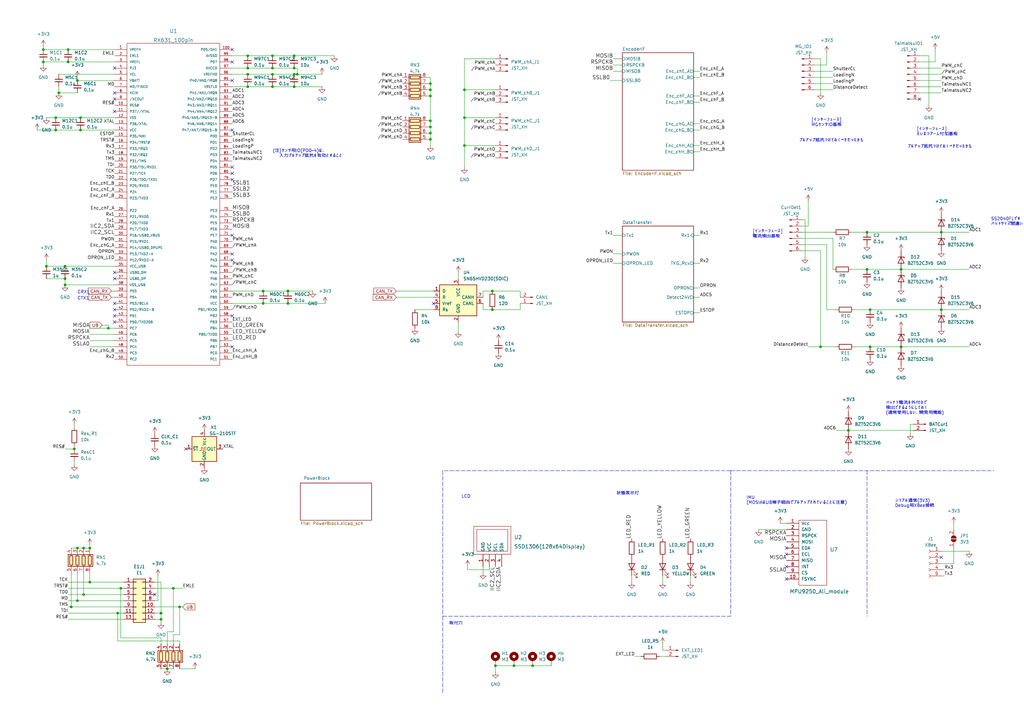
<source format=kicad_sch>
(kicad_sch (version 20211123) (generator eeschema)
  (paper "A3")
  (title_block (title "TCB(TKG Control Board)") (date "2024-01-29") (rev "4.1") (company "TKG") (comment 1 "v2.0 単相エンコーダを削除、2相エンコーダIFを2個追加") (comment 2 "v4.0 2023用改訂") (comment 3 "v4.1 RS232Cインターフェースを公式基板に適応") (comment 4 "　　AD変換検出の過電圧保護を追加"))
  (lib_symbols
    (symbol "Connector:Conn_01x02_Male" (pin_names (offset 1.016) hide)
      (property "Reference" "J" (at 0 2.54 0))
      (property "Value" "Conn_01x02_Male" (at 0 -5.08 0))
      (symbol "Conn_01x02_Male_1_1"
        (pin passive line (at 5.08 0 180) (length 3.81) (name "Pin_1") (number "1"))
        (pin passive line (at 5.08 -2.54 180) (length 3.81) (name "Pin_2") (number "2"))
      )
    )
    (symbol "Connector:Conn_01x03_Male" (pin_names (offset 1.016) hide)
      (property "Reference" "J" (at 0 5.08 0))
      (property "Value" "Conn_01x03_Male" (at 0 -5.08 0))
      (symbol "Conn_01x03_Male_1_1"
        (pin passive line (at 5.08 2.54 180) (length 3.81) (name "Pin_1") (number "1"))
        (pin passive line (at 5.08 0 180) (length 3.81) (name "Pin_2") (number "2"))
        (pin passive line (at 5.08 -2.54 180) (length 3.81) (name "Pin_3") (number "3"))
      )
    )
    (symbol "Connector:Conn_01x05_Female" (pin_names (offset 1.016) hide)
      (property "Reference" "J" (at 0 7.62 0))
      (property "Value" "Conn_01x05_Female" (at 0 -7.62 0))
      (symbol "Conn_01x05_Female_1_1"
        (pin passive line (at -5.08 5.08 0) (length 3.81) (name "Pin_1") (number "1"))
        (pin passive line (at -5.08 2.54 0) (length 3.81) (name "Pin_2") (number "2"))
        (pin passive line (at -5.08 0 0) (length 3.81) (name "Pin_3") (number "3"))
        (pin passive line (at -5.08 -2.54 0) (length 3.81) (name "Pin_4") (number "4"))
        (pin passive line (at -5.08 -5.08 0) (length 3.81) (name "Pin_5") (number "5"))
      )
    )
    (symbol "Connector:Conn_01x06_Male" (pin_names (offset 1.016) hide)
      (property "Reference" "J" (at 0 7.62 0))
      (property "Value" "Conn_01x06_Male" (at 0 -10.16 0))
      (symbol "Conn_01x06_Male_1_1"
        (pin passive line (at 5.08 5.08 180) (length 3.81) (name "Pin_1") (number "1"))
        (pin passive line (at 5.08 2.54 180) (length 3.81) (name "Pin_2") (number "2"))
        (pin passive line (at 5.08 0 180) (length 3.81) (name "Pin_3") (number "3"))
        (pin passive line (at 5.08 -2.54 180) (length 3.81) (name "Pin_4") (number "4"))
        (pin passive line (at 5.08 -5.08 180) (length 3.81) (name "Pin_5") (number "5"))
        (pin passive line (at 5.08 -7.62 180) (length 3.81) (name "Pin_6") (number "6"))
      )
    )
    (symbol "Connector:Conn_01x08_Male" (pin_names (offset 1.016) hide)
      (property "Reference" "J" (at 0 10.16 0))
      (property "Value" "Conn_01x08_Male" (at 0 -12.7 0))
      (symbol "Conn_01x08_Male_1_1"
        (pin passive line (at 5.08 7.62 180) (length 3.81) (name "Pin_1") (number "1"))
        (pin passive line (at 5.08 5.08 180) (length 3.81) (name "Pin_2") (number "2"))
        (pin passive line (at 5.08 2.54 180) (length 3.81) (name "Pin_3") (number "3"))
        (pin passive line (at 5.08 0 180) (length 3.81) (name "Pin_4") (number "4"))
        (pin passive line (at 5.08 -2.54 180) (length 3.81) (name "Pin_5") (number "5"))
        (pin passive line (at 5.08 -5.08 180) (length 3.81) (name "Pin_6") (number "6"))
        (pin passive line (at 5.08 -7.62 180) (length 3.81) (name "Pin_7") (number "7"))
        (pin passive line (at 5.08 -10.16 180) (length 3.81) (name "Pin_8") (number "8"))
      )
    )
    (symbol "Connector_Generic:Conn_02x07_Odd_Even" (pin_names (offset 1.016) hide)
      (property "Reference" "J" (at 1.27 10.16 0))
      (property "Value" "Conn_02x07_Odd_Even" (at 1.27 -10.16 0))
      (symbol "Conn_02x07_Odd_Even_1_1"
        (pin passive line (at -5.08 7.62 0) (length 3.81) (name "Pin_1") (number "1"))
        (pin passive line (at 7.62 -2.54 180) (length 3.81) (name "Pin_10") (number "10"))
        (pin passive line (at -5.08 -5.08 0) (length 3.81) (name "Pin_11") (number "11"))
        (pin passive line (at 7.62 -5.08 180) (length 3.81) (name "Pin_12") (number "12"))
        (pin passive line (at -5.08 -7.62 0) (length 3.81) (name "Pin_13") (number "13"))
        (pin passive line (at 7.62 -7.62 180) (length 3.81) (name "Pin_14") (number "14"))
        (pin passive line (at 7.62 7.62 180) (length 3.81) (name "Pin_2") (number "2"))
        (pin passive line (at -5.08 5.08 0) (length 3.81) (name "Pin_3") (number "3"))
        (pin passive line (at 7.62 5.08 180) (length 3.81) (name "Pin_4") (number "4"))
        (pin passive line (at -5.08 2.54 0) (length 3.81) (name "Pin_5") (number "5"))
        (pin passive line (at 7.62 2.54 180) (length 3.81) (name "Pin_6") (number "6"))
        (pin passive line (at -5.08 0 0) (length 3.81) (name "Pin_7") (number "7"))
        (pin passive line (at 7.62 0 180) (length 3.81) (name "Pin_8") (number "8"))
        (pin passive line (at -5.08 -2.54 0) (length 3.81) (name "Pin_9") (number "9"))
      )
    )
    (symbol "Device:C_Small" (pin_numbers hide) (pin_names (offset 0.254) hide)
      (property "Reference" "C" (at 0.254 1.778 0))
      (property "Value" "C_Small" (at 0.254 -2.032 0))
      (symbol "C_Small_1_1"
        (pin passive line (at 0 2.54 270) (length 2.032) (name "~") (number "1"))
        (pin passive line (at 0 -2.54 90) (length 2.032) (name "~") (number "2"))
      )
    )
    (symbol "Device:D_Zener" (pin_numbers hide) (pin_names (offset 1.016) hide)
      (property "Reference" "D" (at 0 2.54 0))
      (property "Value" "D_Zener" (at 0 -2.54 0))
      (symbol "D_Zener_1_1"
        (pin passive line (at -3.81 0 0) (length 2.54) (name "K") (number "1"))
        (pin passive line (at 3.81 0 180) (length 2.54) (name "A") (number "2"))
      )
    )
    (symbol "Device:LED" (pin_numbers hide) (pin_names (offset 1.016) hide)
      (property "Reference" "D" (at 0 2.54 0))
      (property "Value" "LED" (at 0 -2.54 0))
      (symbol "LED_1_1"
        (pin passive line (at -3.81 0 0) (length 2.54) (name "K") (number "1"))
        (pin passive line (at 3.81 0 180) (length 2.54) (name "A") (number "2"))
      )
    )
    (symbol "Device:R" (pin_numbers hide) (pin_names (offset 0))
      (property "Reference" "R" (at 2.032 0 90))
      (property "Value" "R" (at 0 0 90))
      (symbol "R_1_1"
        (pin passive line (at 0 3.81 270) (length 1.27) (name "~") (number "1"))
        (pin passive line (at 0 -3.81 90) (length 1.27) (name "~") (number "2"))
      )
    )
    (symbol "Device:R_Pack04" (pin_names (offset 0) hide)
      (property "Reference" "RN" (at -7.62 0 90))
      (property "Value" "R_Pack04" (at 5.08 0 90))
      (symbol "R_Pack04_1_1"
        (pin passive line (at -5.08 -5.08 90) (length 2.54) (name "R1.1") (number "1"))
        (pin passive line (at -2.54 -5.08 90) (length 2.54) (name "R2.1") (number "2"))
        (pin passive line (at 0 -5.08 90) (length 2.54) (name "R3.1") (number "3"))
        (pin passive line (at 2.54 -5.08 90) (length 2.54) (name "R4.1") (number "4"))
        (pin passive line (at 2.54 5.08 270) (length 2.54) (name "R4.2") (number "5"))
        (pin passive line (at 0 5.08 270) (length 2.54) (name "R3.2") (number "6"))
        (pin passive line (at -2.54 5.08 270) (length 2.54) (name "R2.2") (number "7"))
        (pin passive line (at -5.08 5.08 270) (length 2.54) (name "R1.2") (number "8"))
      )
    )
    (symbol "Interface_CAN_LIN:SN65HVD230" (pin_names (offset 1.016))
      (property "Reference" "U" (at -2.54 10.16 0))
      (property "Value" "SN65HVD230" (at -2.54 7.62 0))
      (symbol "SN65HVD230_1_1"
        (pin input line (at -10.16 2.54 0) (length 2.54) (name "D") (number "1"))
        (pin power_in line (at 0 -10.16 90) (length 2.54) (name "GND") (number "2"))
        (pin power_in line (at 0 7.62 270) (length 2.54) (name "VCC") (number "3"))
        (pin output line (at -10.16 0 0) (length 2.54) (name "R") (number "4"))
        (pin output line (at -10.16 -2.54 0) (length 2.54) (name "Vref") (number "5"))
        (pin bidirectional line (at 10.16 -2.54 180) (length 2.54) (name "CANL") (number "6"))
        (pin bidirectional line (at 10.16 0 180) (length 2.54) (name "CANH") (number "7"))
        (pin input line (at -10.16 -5.08 0) (length 2.54) (name "Rs") (number "8"))
      )
    )
    (symbol "Jumper:SolderJumper_2_Open" (pin_names (offset 0) hide)
      (property "Reference" "JP" (at 0 2.032 0))
      (property "Value" "SolderJumper_2_Open" (at 0 -2.54 0))
      (symbol "SolderJumper_2_Open_1_1"
        (pin passive line (at -3.81 0 0) (length 2.54) (name "A") (number "1"))
        (pin passive line (at 3.81 0 180) (length 2.54) (name "B") (number "2"))
      )
    )
    (symbol "Mechanical:MountingHole_Pad" (pin_numbers hide) (pin_names (offset 1.016) hide)
      (property "Reference" "H" (at 0 6.35 0))
      (property "Value" "MountingHole_Pad" (at 0 4.445 0))
      (symbol "MountingHole_Pad_1_1"
        (pin input line (at 0 -2.54 90) (length 2.54) (name "1") (number "1"))
      )
    )
    (symbol "Oscillator:SG-210STF" (pin_names (offset 0.254))
      (property "Reference" "X" (at -5.08 6.35 0))
      (property "Value" "SG-210STF" (at 1.27 -6.35 0))
      (symbol "SG-210STF_1_1"
        (pin input line (at -7.62 0 0) (length 2.54) (name "~{ST}") (number "1"))
        (pin power_in line (at 0 -7.62 90) (length 2.54) (name "GND") (number "2"))
        (pin output line (at 7.62 0 180) (length 2.54) (name "OUT") (number "3"))
        (pin power_in line (at 0 7.62 270) (length 2.54) (name "Vcc") (number "4"))
      )
    )
    (symbol "power:+3V3" (power) (pin_names (offset 0))
      (property "Value" "+3V3" (at 0 3.556 0))
      (symbol "+3V3_1_1"
        (pin power_in line (at 0 0 90) (length 0) hide (name "+3V3") (number "1"))
      )
    )
    (symbol "power:+5V" (power) (pin_names (offset 0))
      (property "Value" "+5V" (at 0 3.556 0))
      (symbol "+5V_1_1"
        (pin power_in line (at 0 0 90) (length 0) hide (name "+5V") (number "1"))
      )
    )
    (symbol "power:GND" (power) (pin_names (offset 0))
      (property "Value" "GND" (at 0 -3.81 0))
      (symbol "GND_1_1"
        (pin power_in line (at 0 0 270) (length 0) hide (name "GND") (number "1"))
      )
    )
    (symbol "x_mylib:MPU9250_Ali_module" (pin_names (offset 1.016))
      (property "Reference" "U" (at 1.27 15.24 0))
      (property "Value" "MPU9250_Ali_module" (at 5.08 0 90))
      (symbol "MPU9250_Ali_module_1_1"
        (pin input line (at -13.97 11.43 0) (length 5.08) (name "Vcc") (number "1"))
        (pin input line (at -13.97 -11.43 0) (length 5.08) (name "FSYNC") (number "10"))
        (pin input line (at -13.97 8.89 0) (length 5.08) (name "GND") (number "2"))
        (pin input line (at -13.97 6.35 0) (length 5.08) (name "RSPCK") (number "3"))
        (pin input line (at -13.97 3.81 0) (length 5.08) (name "MOSI") (number "4"))
        (pin input line (at -13.97 1.27 0) (length 5.08) (name "EDA") (number "5"))
        (pin input line (at -13.97 -1.27 0) (length 5.08) (name "ECL") (number "6"))
        (pin input line (at -13.97 -3.81 0) (length 5.08) (name "MISO") (number "7"))
        (pin input line (at -13.97 -6.35 0) (length 5.08) (name "INT") (number "8"))
        (pin input line (at -13.97 -8.89 0) (length 5.08) (name "CS") (number "9"))
      )
    )
    (symbol "x_mylib:RX631_100pin" (pin_names (offset 1.016))
      (property "Reference" "U" (at -13.97 -69.85 0))
      (property "Value" "RX631_100pin" (at 10.16 -69.85 0))
      (symbol "RX631_100pin_1_1"
        (pin input line (at -24.13 63.5 0) (length 5.08) (name "VREFH") (number "1"))
        (pin passive line (at -24.13 40.64 0) (length 5.08) (name "RES#") (number "10"))
        (pin passive line (at 24.13 63.5 180) (length 5.08) (name "P05/DA1") (number "100"))
        (pin passive line (at -24.13 38.1 0) (length 5.08) (name "P37//XTAL") (number "11"))
        (pin passive line (at -24.13 35.56 0) (length 5.08) (name "VSS") (number "12"))
        (pin passive line (at -24.13 33.02 0) (length 5.08) (name "P36/XTAL") (number "13"))
        (pin passive line (at -24.13 30.48 0) (length 5.08) (name "VCC") (number "14"))
        (pin passive line (at -24.13 27.94 0) (length 5.08) (name "P35/NMI") (number "15"))
        (pin passive line (at -24.13 25.4 0) (length 5.08) (name "P34/TRST#") (number "16"))
        (pin passive line (at -24.13 22.86 0) (length 5.08) (name "P33/IRQ3") (number "17"))
        (pin passive line (at -24.13 20.32 0) (length 5.08) (name "P32/IRQ2") (number "18"))
        (pin passive line (at -24.13 17.78 0) (length 5.08) (name "P31/TMS") (number "19"))
        (pin passive line (at -24.13 60.96 0) (length 5.08) (name "EMLE") (number "2"))
        (pin passive line (at -24.13 15.24 0) (length 5.08) (name "P30/TDI/RXD1") (number "20"))
        (pin passive line (at -24.13 12.7 0) (length 5.08) (name "P27/TCK") (number "21"))
        (pin passive line (at -24.13 10.16 0) (length 5.08) (name "P26/TDO/TXD1") (number "22"))
        (pin passive line (at -24.13 7.62 0) (length 5.08) (name "P25/RXD3") (number "23"))
        (pin passive line (at -24.13 5.08 0) (length 5.08) (name "P24") (number "24"))
        (pin passive line (at -24.13 2.54 0) (length 5.08) (name "P23/TXD3") (number "25"))
        (pin passive line (at -24.13 -2.54 0) (length 5.08) (name "P22") (number "26"))
        (pin passive line (at -24.13 -5.08 0) (length 5.08) (name "P21/RXD0") (number "27"))
        (pin passive line (at -24.13 -7.62 0) (length 5.08) (name "P20/TXD0") (number "28"))
        (pin passive line (at -24.13 -10.16 0) (length 5.08) (name "P17/TXD3") (number "29"))
        (pin passive line (at -24.13 58.42 0) (length 5.08) (name "VREFL") (number "3"))
        (pin passive line (at -24.13 -12.7 0) (length 5.08) (name "P16/USB0_VBUS") (number "30"))
        (pin passive line (at -24.13 -15.24 0) (length 5.08) (name "P15/RXD1") (number "31"))
        (pin passive line (at -24.13 -17.78 0) (length 5.08) (name "P14/USB0_DPUPE") (number "32"))
        (pin passive line (at -24.13 -20.32 0) (length 5.08) (name "P13/TXD2-A") (number "33"))
        (pin passive line (at -24.13 -22.86 0) (length 5.08) (name "P12/RXD2-A") (number "34"))
        (pin passive line (at -24.13 -25.4 0) (length 5.08) (name "VCC_USB") (number "35"))
        (pin passive line (at -24.13 -27.94 0) (length 5.08) (name "USB0_DM") (number "36"))
        (pin passive line (at -24.13 -30.48 0) (length 5.08) (name "USB0_DP") (number "37"))
        (pin passive line (at -24.13 -33.02 0) (length 5.08) (name "VSS_USB") (number "38"))
        (pin passive line (at -24.13 -35.56 0) (length 5.08) (name "P55") (number "39"))
        (pin passive line (at -24.13 55.88 0) (length 5.08) (name "PJ3") (number "4"))
        (pin passive line (at -24.13 -38.1 0) (length 5.08) (name "P54") (number "40"))
        (pin passive line (at -24.13 -40.64 0) (length 5.08) (name "P53/BCLK") (number "41"))
        (pin passive line (at -24.13 -43.18 0) (length 5.08) (name "P52/RXD2-B") (number "42"))
        (pin passive line (at -24.13 -45.72 0) (length 5.08) (name "P51") (number "43"))
        (pin passive line (at -24.13 -48.26 0) (length 5.08) (name "P50/TXD20B") (number "44"))
        (pin passive line (at -24.13 -50.8 0) (length 5.08) (name "PC7") (number "45"))
        (pin passive line (at -24.13 -53.34 0) (length 5.08) (name "PC6") (number "46"))
        (pin passive line (at -24.13 -55.88 0) (length 5.08) (name "PC5") (number "47"))
        (pin passive line (at -24.13 -58.42 0) (length 5.08) (name "PC4") (number "48"))
        (pin passive line (at -24.13 -60.96 0) (length 5.08) (name "PC3") (number "49"))
        (pin passive line (at -24.13 53.34 0) (length 5.08) (name "VCL") (number "5"))
        (pin passive line (at -24.13 -63.5 0) (length 5.08) (name "PC2") (number "50"))
        (pin passive line (at 24.13 -63.5 180) (length 5.08) (name "PC1") (number "51"))
        (pin passive line (at 24.13 -60.96 180) (length 5.08) (name "PC0") (number "52"))
        (pin passive line (at 24.13 -58.42 180) (length 5.08) (name "PB7") (number "53"))
        (pin passive line (at 24.13 -55.88 180) (length 5.08) (name "PB6") (number "54"))
        (pin passive line (at 24.13 -53.34 180) (length 5.08) (name "PB5/TXD0") (number "55"))
        (pin passive line (at 24.13 -50.8 180) (length 5.08) (name "PB4") (number "56"))
        (pin passive line (at 24.13 -48.26 180) (length 5.08) (name "PB3") (number "57"))
        (pin passive line (at 24.13 -45.72 180) (length 5.08) (name "PB2") (number "58"))
        (pin passive line (at 24.13 -43.18 180) (length 5.08) (name "PB1/RXD0") (number "59"))
        (pin passive line (at -24.13 50.8 0) (length 5.08) (name "VBATT") (number "6"))
        (pin passive line (at 24.13 -40.64 180) (length 5.08) (name "VCC") (number "60"))
        (pin passive line (at 24.13 -38.1 180) (length 5.08) (name "PB0") (number "61"))
        (pin passive line (at 24.13 -35.56 180) (length 5.08) (name "VSS") (number "62"))
        (pin passive line (at 24.13 -33.02 180) (length 5.08) (name "PA7") (number "63"))
        (pin passive line (at 24.13 -30.48 180) (length 5.08) (name "PA6") (number "64"))
        (pin passive line (at 24.13 -27.94 180) (length 5.08) (name "PA5") (number "65"))
        (pin passive line (at 24.13 -25.4 180) (length 5.08) (name "PA4") (number "66"))
        (pin passive line (at 24.13 -22.86 180) (length 5.08) (name "PA3") (number "67"))
        (pin passive line (at 24.13 -20.32 180) (length 5.08) (name "PA2") (number "68"))
        (pin passive line (at 24.13 -17.78 180) (length 5.08) (name "PA1") (number "69"))
        (pin passive line (at -24.13 48.26 0) (length 5.08) (name "MD/FINED") (number "7"))
        (pin passive line (at 24.13 -15.24 180) (length 5.08) (name "PA0") (number "70"))
        (pin passive line (at 24.13 -12.7 180) (length 5.08) (name "PE7") (number "71"))
        (pin passive line (at 24.13 -10.16 180) (length 5.08) (name "PE6") (number "72"))
        (pin passive line (at 24.13 -7.62 180) (length 5.08) (name "PE5") (number "73"))
        (pin passive line (at 24.13 -5.08 180) (length 5.08) (name "PE4") (number "74"))
        (pin passive line (at 24.13 -2.54 180) (length 5.08) (name "PE3") (number "75"))
        (pin passive line (at 24.13 2.54 180) (length 5.08) (name "PE2") (number "76"))
        (pin passive line (at 24.13 5.08 180) (length 5.08) (name "PE1") (number "77"))
        (pin passive line (at 24.13 7.62 180) (length 5.08) (name "PE0") (number "78"))
        (pin passive line (at 24.13 10.16 180) (length 5.08) (name "PD7") (number "79"))
        (pin passive line (at -24.13 45.72 0) (length 5.08) (name "XCIN") (number "8"))
        (pin passive line (at 24.13 12.7 180) (length 5.08) (name "PD6") (number "80"))
        (pin passive line (at 24.13 15.24 180) (length 5.08) (name "PD5") (number "81"))
        (pin passive line (at 24.13 17.78 180) (length 5.08) (name "PD4") (number "82"))
        (pin passive line (at 24.13 20.32 180) (length 5.08) (name "PD3") (number "83"))
        (pin passive line (at 24.13 22.86 180) (length 5.08) (name "PD2") (number "84"))
        (pin passive line (at 24.13 25.4 180) (length 5.08) (name "PD1") (number "85"))
        (pin passive line (at 24.13 27.94 180) (length 5.08) (name "PD0") (number "86"))
        (pin passive line (at 24.13 30.48 180) (length 5.08) (name "P47/AN7/IRQ15-B") (number "87"))
        (pin passive line (at 24.13 33.02 180) (length 5.08) (name "P46/AN6/IRQ14") (number "88"))
        (pin passive line (at 24.13 35.56 180) (length 5.08) (name "P45/AN5/IRQ13-B") (number "89"))
        (pin passive line (at -24.13 43.18 0) (length 5.08) (name "/XCOUT") (number "9"))
        (pin passive line (at 24.13 38.1 180) (length 5.08) (name "P44/AN4/IRQ12") (number "90"))
        (pin passive line (at 24.13 40.64 180) (length 5.08) (name "P43/AN3/IRQ11") (number "91"))
        (pin passive line (at 24.13 43.18 180) (length 5.08) (name "P42/AN2/IRQ10") (number "92"))
        (pin passive line (at 24.13 45.72 180) (length 5.08) (name "P41/AN1/IRQ9") (number "93"))
        (pin passive line (at 24.13 48.26 180) (length 5.08) (name "VREFL0") (number "94"))
        (pin passive line (at 24.13 50.8 180) (length 5.08) (name "P40/AN0/IRQ8") (number "95"))
        (pin passive line (at 24.13 53.34 180) (length 5.08) (name "VREFH0") (number "96"))
        (pin passive line (at 24.13 55.88 180) (length 5.08) (name "AVCC0") (number "97"))
        (pin passive line (at 24.13 58.42 180) (length 5.08) (name "P07") (number "98"))
        (pin passive line (at 24.13 60.96 180) (length 5.08) (name "AVSS0") (number "99"))
      )
    )
    (symbol "x_mylib:SSD1306(128x64Display)" (pin_names (offset 1.016))
      (property "Reference" "U" (at -10.16 2.54 0))
      (property "Value" "SSD1306(128x64Display)" (at 1.27 8.89 0))
      (symbol "SSD1306(128x64Display)_1_1"
        (pin input line (at -3.81 -8.89 90) (length 5.08) (name "GND") (number "1"))
        (pin input line (at -1.27 -8.89 90) (length 5.08) (name "VCC") (number "2"))
        (pin input line (at 1.27 -8.89 90) (length 5.08) (name "SCL") (number "3"))
        (pin input line (at 3.81 -8.89 90) (length 5.08) (name "SDA") (number "4"))
      )
    )
  )
  (junction (at 107.95 124.46))
  (junction (at 22.86 48.26))
  (junction (at 17.78 20.32))
  (junction (at 73.66 248.92))
  (junction (at 31.75 224.79))
  (junction (at 210.82 273.05))
  (junction (at 66.04 251.46))
  (junction (at 101.6 30.48))
  (junction (at 31.75 33.02))
  (junction (at 176.53 34.29))
  (junction (at 201.93 119.38))
  (junction (at 17.78 25.4))
  (junction (at 190.5 48.26))
  (junction (at 121.92 30.48))
  (junction (at 347.98 176.53))
  (junction (at 190.5 36.83))
  (junction (at 34.29 224.79))
  (junction (at 355.6 110.49))
  (junction (at 111.76 30.48))
  (junction (at 356.87 142.24))
  (junction (at 190.5 59.69))
  (junction (at 101.6 35.56))
  (junction (at 386.08 95.25))
  (junction (at 356.87 127))
  (junction (at 176.53 52.07))
  (junction (at 19.05 109.22))
  (junction (at 101.6 22.86))
  (junction (at 111.76 35.56))
  (junction (at 120.65 27.94))
  (junction (at 118.11 124.46))
  (junction (at 107.95 119.38))
  (junction (at 24.13 38.1))
  (junction (at 176.53 39.37))
  (junction (at 176.53 54.61))
  (junction (at 26.67 109.22))
  (junction (at 336.55 142.24))
  (junction (at 120.65 22.86))
  (junction (at 34.29 243.84))
  (junction (at 101.6 27.94))
  (junction (at 44.45 134.62))
  (junction (at 201.93 127))
  (junction (at 31.75 246.38))
  (junction (at 203.2 273.05))
  (junction (at 22.86 53.34))
  (junction (at 111.76 22.86))
  (junction (at 26.67 114.3))
  (junction (at 68.58 274.32))
  (junction (at 33.02 53.34))
  (junction (at 27.94 25.4))
  (junction (at 176.53 49.53))
  (junction (at 355.6 95.25))
  (junction (at 386.08 127))
  (junction (at 26.67 116.84))
  (junction (at 30.48 184.15))
  (junction (at 66.04 254))
  (junction (at 33.02 48.26))
  (junction (at 29.21 248.92))
  (junction (at 120.65 35.56))
  (junction (at 49.53 241.3))
  (junction (at 36.83 238.76))
  (junction (at 176.53 36.83))
  (junction (at 111.76 27.94))
  (junction (at 71.12 241.3))
  (junction (at 176.53 57.15))
  (junction (at 218.44 273.05))
  (junction (at 369.57 110.49))
  (junction (at 120.65 30.48))
  (junction (at 36.83 224.79))
  (junction (at 27.94 20.32))
  (junction (at 369.57 142.24))
  (junction (at 118.11 119.38))
  (junction (at 48.26 251.46))
  (no_connect (at 46.99 111.76))
  (no_connect (at 46.99 127))
  (no_connect (at 322.58 237.49))
  (no_connect (at 95.25 104.14))
  (no_connect (at 95.25 33.02))
  (no_connect (at 95.25 68.58))
  (no_connect (at 322.58 232.41))
  (no_connect (at 46.99 38.1))
  (no_connect (at 95.25 129.54))
  (no_connect (at 386.08 228.6))
  (no_connect (at 95.25 142.24))
  (no_connect (at 177.8 124.46))
  (no_connect (at 95.25 20.32))
  (no_connect (at 322.58 224.79))
  (no_connect (at 377.19 40.64))
  (no_connect (at 46.99 40.64))
  (no_connect (at 322.58 227.33))
  (no_connect (at 46.99 132.08))
  (no_connect (at 46.99 45.72))
  (no_connect (at 46.99 129.54))
  (no_connect (at 46.99 124.46))
  (no_connect (at 95.25 96.52))
  (no_connect (at 95.25 71.12))
  (no_connect (at 95.25 73.66))
  (no_connect (at 63.5 243.84))
  (no_connect (at 95.25 106.68))
  (no_connect (at 46.99 114.3))
  (no_connect (at 46.99 27.94))
  (no_connect (at 95.25 25.4))
  (no_connect (at 76.2 184.15))
  (no_connect (at 95.25 53.34))
  (wire (pts (xy 198.12 127) (xy 198.12 124.46)))
  (wire (pts (xy 175.26 57.15) (xy 176.53 57.15)))
  (wire (pts (xy 27.94 238.76) (xy 36.83 238.76)))
  (wire (pts (xy 73.66 274.32) (xy 80.01 274.32)))
  (wire (pts (xy 111.76 30.48) (xy 120.65 30.48)))
  (wire (pts (xy 336.55 24.13) (xy 334.01 24.13)))
  (wire (pts (xy 260.35 269.24) (xy 262.89 269.24)))
  (wire (pts (xy 31.75 246.38) (xy 50.8 246.38)))
  (wire (pts (xy 73.66 262.89) (xy 48.26 262.89)))
  (polyline (pts (xy 355.6 193.04) (xy 355.6 252.73)))
  (wire (pts (xy 36.83 134.62) (xy 44.45 134.62)))
  (wire (pts (xy 213.36 124.46) (xy 213.36 127)))
  (wire (pts (xy 29.21 248.92) (xy 50.8 248.92)))
  (wire (pts (xy 111.76 35.56) (xy 120.65 35.56)))
  (wire (pts (xy 27.94 20.32) (xy 46.99 20.32)))
  (wire (pts (xy 175.26 52.07) (xy 176.53 52.07)))
  (wire (pts (xy 251.46 107.95) (xy 255.27 107.95)))
  (wire (pts (xy 48.26 251.46) (xy 48.26 262.89)))
  (wire (pts (xy 176.53 57.15) (xy 176.53 59.69)))
  (wire (pts (xy 34.29 224.79) (xy 36.83 224.79)))
  (wire (pts (xy 331.47 142.24) (xy 336.55 142.24)))
  (wire (pts (xy 66.04 238.76) (xy 66.04 251.46)))
  (wire (pts (xy 175.26 31.75) (xy 176.53 31.75)))
  (wire (pts (xy 190.5 24.13) (xy 203.2 24.13)))
  (wire (pts (xy 17.78 25.4) (xy 27.94 25.4)))
  (wire (pts (xy 355.6 95.25) (xy 386.08 95.25)))
  (wire (pts (xy 198.12 232.41) (xy 198.12 234.95)))
  (polyline (pts (xy 299.72 193.04) (xy 407.67 193.04)))
  (wire (pts (xy 49.53 241.3) (xy 49.53 261.62)))
  (wire (pts (xy 336.55 142.24) (xy 342.9 142.24)))
  (wire (pts (xy 342.9 176.53) (xy 347.98 176.53)))
  (wire (pts (xy 330.2 90.17) (xy 330.2 105.41)))
  (wire (pts (xy 349.25 110.49) (xy 355.6 110.49)))
  (wire (pts (xy 381 43.18) (xy 381 22.86)))
  (wire (pts (xy 187.96 132.08) (xy 187.96 135.89)))
  (wire (pts (xy 176.53 39.37) (xy 176.53 49.53)))
  (wire (pts (xy 31.75 33.02) (xy 46.99 33.02)))
  (wire (pts (xy 34.29 243.84) (xy 34.29 234.95)))
  (wire (pts (xy 383.54 20.32) (xy 383.54 25.4)))
  (wire (pts (xy 71.12 264.16) (xy 71.12 260.35)))
  (wire (pts (xy 27.94 254) (xy 50.8 254)))
  (wire (pts (xy 31.75 246.38) (xy 31.75 234.95)))
  (wire (pts (xy 36.83 224.79) (xy 36.83 223.52)))
  (wire (pts (xy 101.6 30.48) (xy 111.76 30.48)))
  (wire (pts (xy 381 22.86) (xy 377.19 22.86)))
  (wire (pts (xy 391.16 231.14) (xy 386.08 231.14)))
  (wire (pts (xy 328.93 100.33) (xy 339.09 100.33)))
  (wire (pts (xy 121.92 30.48) (xy 132.08 30.48)))
  (wire (pts (xy 19.05 114.3) (xy 26.67 114.3)))
  (wire (pts (xy 356.87 142.24) (xy 369.57 142.24)))
  (wire (pts (xy 334.01 31.75) (xy 341.63 31.75)))
  (wire (pts (xy 201.93 127) (xy 198.12 127)))
  (wire (pts (xy 30.48 184.15) (xy 26.67 184.15)))
  (wire (pts (xy 22.86 53.34) (xy 33.02 53.34)))
  (wire (pts (xy 176.53 52.07) (xy 176.53 54.61)))
  (wire (pts (xy 270.51 269.24) (xy 273.05 269.24)))
  (wire (pts (xy 334.01 36.83) (xy 341.63 36.83)))
  (wire (pts (xy 203.2 275.59) (xy 203.2 273.05)))
  (wire (pts (xy 36.83 139.7) (xy 46.99 139.7)))
  (wire (pts (xy 27.94 246.38) (xy 31.75 246.38)))
  (wire (pts (xy 284.48 53.34) (xy 287.02 53.34)))
  (wire (pts (xy 339.09 100.33) (xy 339.09 127)))
  (wire (pts (xy 31.75 224.79) (xy 34.29 224.79)))
  (wire (pts (xy 31.75 31.75) (xy 31.75 33.02)))
  (wire (pts (xy 27.94 248.92) (xy 29.21 248.92)))
  (wire (pts (xy 322.58 214.63) (xy 320.04 214.63)))
  (wire (pts (xy 27.94 251.46) (xy 48.26 251.46)))
  (wire (pts (xy 73.66 248.92) (xy 74.93 248.92)))
  (wire (pts (xy 387.35 233.68) (xy 386.08 233.68)))
  (wire (pts (xy 190.5 36.83) (xy 203.2 36.83)))
  (wire (pts (xy 334.01 29.21) (xy 341.63 29.21)))
  (wire (pts (xy 355.6 110.49) (xy 369.57 110.49)))
  (wire (pts (xy 95.25 27.94) (xy 101.6 27.94)))
  (wire (pts (xy 22.86 48.26) (xy 33.02 48.26)))
  (wire (pts (xy 176.53 36.83) (xy 176.53 39.37)))
  (wire (pts (xy 19.05 109.22) (xy 26.67 109.22)))
  (wire (pts (xy 347.98 176.53) (xy 374.65 176.53)))
  (wire (pts (xy 198.12 119.38) (xy 201.93 119.38)))
  (wire (pts (xy 176.53 31.75) (xy 176.53 34.29)))
  (wire (pts (xy 66.04 261.62) (xy 49.53 261.62)))
  (polyline (pts (xy 238.76 252.73) (xy 299.72 252.73)))
  (wire (pts (xy 271.78 236.22) (xy 271.78 238.76)))
  (polyline (pts (xy 181.61 252.73) (xy 238.76 252.73)))
  (wire (pts (xy 251.46 96.52) (xy 255.27 96.52)))
  (wire (pts (xy 386.08 95.25) (xy 397.51 95.25)))
  (wire (pts (xy 63.5 254) (xy 66.04 254)))
  (wire (pts (xy 328.93 102.87) (xy 336.55 102.87)))
  (wire (pts (xy 386.08 127) (xy 397.51 127)))
  (wire (pts (xy 187.96 111.76) (xy 187.96 114.3)))
  (wire (pts (xy 64.77 246.38) (xy 63.5 246.38)))
  (wire (pts (xy 48.26 251.46) (xy 50.8 251.46)))
  (wire (pts (xy 95.25 35.56) (xy 101.6 35.56)))
  (wire (pts (xy 120.65 35.56) (xy 132.08 35.56)))
  (wire (pts (xy 190.5 36.83) (xy 190.5 48.26)))
  (wire (pts (xy 121.92 27.94) (xy 121.92 30.48)))
  (wire (pts (xy 218.44 273.05) (xy 226.06 273.05)))
  (wire (pts (xy 30.48 173.99) (xy 30.48 175.26)))
  (wire (pts (xy 391.16 214.63) (xy 391.16 217.17)))
  (wire (pts (xy 271.78 266.7) (xy 273.05 266.7)))
  (wire (pts (xy 190.5 59.69) (xy 190.5 68.58)))
  (wire (pts (xy 210.82 273.05) (xy 218.44 273.05)))
  (wire (pts (xy 33.02 48.26) (xy 46.99 48.26)))
  (wire (pts (xy 118.11 119.38) (xy 128.27 119.38)))
  (wire (pts (xy 336.55 102.87) (xy 336.55 142.24)))
  (wire (pts (xy 30.48 189.23) (xy 30.48 190.5)))
  (wire (pts (xy 373.38 177.8) (xy 373.38 173.99)))
  (wire (pts (xy 339.09 26.67) (xy 334.01 26.67)))
  (wire (pts (xy 349.25 95.25) (xy 355.6 95.25)))
  (wire (pts (xy 68.58 274.32) (xy 71.12 274.32)))
  (wire (pts (xy 284.48 59.69) (xy 287.02 59.69)))
  (wire (pts (xy 64.77 236.22) (xy 64.77 246.38)))
  (wire (pts (xy 36.83 137.16) (xy 46.99 137.16)))
  (wire (pts (xy 111.76 27.94) (xy 120.65 27.94)))
  (wire (pts (xy 190.5 59.69) (xy 190.5 48.26)))
  (wire (pts (xy 331.47 92.71) (xy 328.93 92.71)))
  (wire (pts (xy 213.36 119.38) (xy 213.36 121.92)))
  (wire (pts (xy 175.26 34.29) (xy 176.53 34.29)))
  (wire (pts (xy 334.01 34.29) (xy 341.63 34.29)))
  (wire (pts (xy 33.02 53.34) (xy 46.99 53.34)))
  (wire (pts (xy 203.2 273.05) (xy 210.82 273.05)))
  (wire (pts (xy 107.95 119.38) (xy 118.11 119.38)))
  (wire (pts (xy 101.6 27.94) (xy 111.76 27.94)))
  (wire (pts (xy 118.11 124.46) (xy 133.35 124.46)))
  (wire (pts (xy 95.25 119.38) (xy 107.95 119.38)))
  (wire (pts (xy 356.87 127) (xy 386.08 127)))
  (wire (pts (xy 27.94 25.4) (xy 46.99 25.4)))
  (wire (pts (xy 36.83 142.24) (xy 46.99 142.24)))
  (wire (pts (xy 63.5 251.46) (xy 66.04 251.46)))
  (wire (pts (xy 66.04 254) (xy 66.04 255.27)))
  (wire (pts (xy 284.48 121.92) (xy 287.02 121.92)))
  (wire (pts (xy 36.83 238.76) (xy 36.83 234.95)))
  (wire (pts (xy 107.95 124.46) (xy 118.11 124.46)))
  (wire (pts (xy 27.94 241.3) (xy 49.53 241.3)))
  (wire (pts (xy 191.77 232.41) (xy 191.77 233.68)))
  (wire (pts (xy 377.19 27.94) (xy 386.08 27.94)))
  (wire (pts (xy 66.04 251.46) (xy 66.04 254)))
  (wire (pts (xy 339.09 21.59) (xy 339.09 26.67)))
  (wire (pts (xy 71.12 259.08) (xy 71.12 241.3)))
  (wire (pts (xy 284.48 41.91) (xy 287.02 41.91)))
  (wire (pts (xy 44.45 133.35) (xy 44.45 134.62)))
  (wire (pts (xy 101.6 35.56) (xy 111.76 35.56)))
  (wire (pts (xy 95.25 30.48) (xy 101.6 30.48)))
  (wire (pts (xy 30.48 184.15) (xy 30.48 182.88)))
  (wire (pts (xy 63.5 248.92) (xy 73.66 248.92)))
  (wire (pts (xy 377.19 35.56) (xy 386.08 35.56)))
  (wire (pts (xy 377.19 30.48) (xy 386.08 30.48)))
  (wire (pts (xy 331.47 82.55) (xy 331.47 92.71)))
  (wire (pts (xy 284.48 118.11) (xy 287.02 118.11)))
  (wire (pts (xy 63.5 238.76) (xy 66.04 238.76)))
  (wire (pts (xy 369.57 110.49) (xy 397.51 110.49)))
  (wire (pts (xy 46.99 116.84) (xy 26.67 116.84)))
  (wire (pts (xy 383.54 25.4) (xy 377.19 25.4)))
  (wire (pts (xy 170.18 127) (xy 177.8 127)))
  (wire (pts (xy 29.21 224.79) (xy 31.75 224.79)))
  (wire (pts (xy 284.48 96.52) (xy 287.02 96.52)))
  (wire (pts (xy 328.93 95.25) (xy 341.63 95.25)))
  (wire (pts (xy 213.36 127) (xy 201.93 127)))
  (wire (pts (xy 24.13 35.56) (xy 24.13 38.1)))
  (wire (pts (xy 284.48 107.95) (xy 287.02 107.95)))
  (wire (pts (xy 66.04 274.32) (xy 68.58 274.32)))
  (wire (pts (xy 73.66 264.16) (xy 73.66 262.89)))
  (wire (pts (xy 24.13 30.48) (xy 46.99 30.48)))
  (wire (pts (xy 27.94 243.84) (xy 34.29 243.84)))
  (wire (pts (xy 190.5 24.13) (xy 190.5 36.83)))
  (wire (pts (xy 68.58 259.08) (xy 71.12 259.08)))
  (wire (pts (xy 284.48 128.27) (xy 287.02 128.27)))
  (wire (pts (xy 328.93 97.79) (xy 341.63 97.79)))
  (wire (pts (xy 191.77 233.68) (xy 200.66 233.68)))
  (polyline (pts (xy 181.61 193.04) (xy 181.61 252.73)))
  (wire (pts (xy 73.66 260.35) (xy 73.66 248.92)))
  (wire (pts (xy 26.67 109.22) (xy 46.99 109.22)))
  (wire (pts (xy 63.5 241.3) (xy 71.12 241.3)))
  (wire (pts (xy 34.29 243.84) (xy 50.8 243.84)))
  (wire (pts (xy 95.25 124.46) (xy 107.95 124.46)))
  (wire (pts (xy 284.48 29.21) (xy 287.02 29.21)))
  (wire (pts (xy 283.21 236.22) (xy 283.21 238.76)))
  (wire (pts (xy 284.48 62.23) (xy 287.02 62.23)))
  (wire (pts (xy 66.04 264.16) (xy 66.04 261.62)))
  (wire (pts (xy 176.53 49.53) (xy 176.53 52.07)))
  (wire (pts (xy 336.55 24.13) (xy 336.55 38.1)))
  (wire (pts (xy 71.12 260.35) (xy 73.66 260.35)))
  (wire (pts (xy 259.08 236.22) (xy 259.08 238.76)))
  (wire (pts (xy 377.19 38.1) (xy 386.08 38.1)))
  (wire (pts (xy 251.46 29.21) (xy 255.27 29.21)))
  (wire (pts (xy 190.5 48.26) (xy 203.2 48.26)))
  (wire (pts (xy 271.78 264.16) (xy 271.78 266.7)))
  (wire (pts (xy 350.52 142.24) (xy 356.87 142.24)))
  (wire (pts (xy 29.21 248.92) (xy 29.21 234.95)))
  (wire (pts (xy 95.25 22.86) (xy 101.6 22.86)))
  (wire (pts (xy 175.26 39.37) (xy 176.53 39.37)))
  (wire (pts (xy 175.26 36.83) (xy 176.53 36.83)))
  (wire (pts (xy 15.24 53.34) (xy 22.86 53.34)))
  (wire (pts (xy 17.78 26.67) (xy 17.78 25.4)))
  (wire (pts (xy 41.91 133.35) (xy 44.45 133.35)))
  (polyline (pts (xy 299.72 193.04) (xy 238.76 193.04)))
  (wire (pts (xy 386.08 226.06) (xy 397.51 226.06)))
  (wire (pts (xy 377.19 33.02) (xy 386.08 33.02)))
  (wire (pts (xy 350.52 127) (xy 356.87 127)))
  (wire (pts (xy 101.6 22.86) (xy 111.76 22.86)))
  (wire (pts (xy 391.16 224.79) (xy 391.16 231.14)))
  (wire (pts (xy 120.65 27.94) (xy 121.92 27.94)))
  (wire (pts (xy 45.72 121.92) (xy 46.99 121.92)))
  (wire (pts (xy 176.53 54.61) (xy 176.53 57.15)))
  (wire (pts (xy 369.57 142.24) (xy 397.51 142.24)))
  (wire (pts (xy 19.05 48.26) (xy 22.86 48.26)))
  (wire (pts (xy 24.13 38.1) (xy 31.75 38.1)))
  (wire (pts (xy 45.72 119.38) (xy 46.99 119.38)))
  (wire (pts (xy 175.26 49.53) (xy 176.53 49.53)))
  (wire (pts (xy 71.12 241.3) (xy 74.93 241.3)))
  (polyline (pts (xy 299.72 193.04) (xy 299.72 252.73)))
  (wire (pts (xy 251.46 104.14) (xy 255.27 104.14)))
  (wire (pts (xy 17.78 20.32) (xy 27.94 20.32)))
  (wire (pts (xy 200.66 233.68) (xy 200.66 232.41)))
  (wire (pts (xy 311.15 217.17) (xy 322.58 217.17)))
  (wire (pts (xy 19.05 106.68) (xy 19.05 109.22)))
  (wire (pts (xy 68.58 264.16) (xy 68.58 259.08)))
  (wire (pts (xy 49.53 241.3) (xy 50.8 241.3)))
  (wire (pts (xy 162.56 119.38) (xy 177.8 119.38)))
  (wire (pts (xy 201.93 119.38) (xy 213.36 119.38)))
  (wire (pts (xy 250.19 33.02) (xy 255.27 33.02)))
  (wire (pts (xy 284.48 31.75) (xy 287.02 31.75)))
  (wire (pts (xy 387.35 236.22) (xy 386.08 236.22)))
  (wire (pts (xy 26.67 116.84) (xy 26.67 114.3)))
  (wire (pts (xy 120.65 30.48) (xy 121.92 30.48)))
  (wire (pts (xy 284.48 50.8) (xy 287.02 50.8)))
  (polyline (pts (xy 181.61 252.73) (xy 181.61 284.48)))
  (wire (pts (xy 339.09 127) (xy 342.9 127)))
  (wire (pts (xy 284.48 39.37) (xy 287.02 39.37)))
  (wire (pts (xy 120.65 22.86) (xy 137.16 22.86)))
  (wire (pts (xy 111.76 22.86) (xy 120.65 22.86)))
  (wire (pts (xy 341.63 97.79) (xy 341.63 110.49)))
  (wire (pts (xy 176.53 34.29) (xy 176.53 36.83)))
  (wire (pts (xy 175.26 54.61) (xy 176.53 54.61)))
  (wire (pts (xy 36.83 238.76) (xy 50.8 238.76)))
  (wire (pts (xy 198.12 121.92) (xy 198.12 119.38)))
  (wire (pts (xy 190.5 59.69) (xy 203.2 59.69)))
  (wire (pts (xy 373.38 173.99) (xy 374.65 173.99)))
  (wire (pts (xy 162.56 121.92) (xy 177.8 121.92)))
  (wire (pts (xy 17.78 19.05) (xy 17.78 20.32)))
  (wire (pts (xy 251.46 26.67) (xy 255.27 26.67)))
  (wire (pts (xy 251.46 24.13) (xy 255.27 24.13)))
  (wire (pts (xy 328.93 90.17) (xy 330.2 90.17)))
  (polyline (pts (xy 238.76 193.04) (xy 181.61 193.04)))
  (wire (pts (xy 44.45 134.62) (xy 46.99 134.62)))
  (text "[インターフェース]\nたいまつアーム付加基板" (at 375.92 55.88 0) (effects (font (size 1.27 1.27)) (justify left bottom)))
  (text "IMU\n(MOSIAはUB端子経由でプルアップされていることに注意)" (at 306.07 207.01 0) (effects (font (size 1.27 1.27)) (justify left bottom)))
  (text "CRX1" (at 31.75 120.65 0) (effects (font (size 1.27 1.27)) (justify left bottom)))
  (text "SS2040FLです\nパッドサイズ間違い" (at 406.4 92.71 0) (effects (font (size 1.27 1.27)) (justify left bottom)))
  (text "[インターフェース]\n電流検出基板" (at 308.61 97.79 0) (effects (font (size 1.27 1.27)) (justify left bottom)))
  (text "(注)センサ用IO(PD0~4)は、\n　　入力プルアップ抵抗を有効とすること" (at 111.76 64.77 0) (effects (font (size 1.27 1.27)) (justify left bottom)))
  (text "CTX1" (at 31.75 123.19 0) (effects (font (size 1.27 1.27)) (justify left bottom)))
  (text "LCD" (at 189.23 204.47 0) (effects (font (size 1.27 1.27)) (justify left bottom)))
  (text "状態表示灯" (at 252.73 203.2 0) (effects (font (size 1.27 1.27)) (justify left bottom)))
  (text "プルアップ抵抗つけておくべきだったかも" (at 327.66 58.42 0) (effects (font (size 1.27 1.27)) (justify left bottom)))
  (text "取付穴" (at 184.15 256.54 0) (effects (font (size 1.27 1.27)) (justify left bottom)))
  (text "[インターフェース]\nMGセンサIO基板" (at 332.74 52.07 0) (effects (font (size 1.27 1.27)) (justify left bottom)))
  (text "バッテリ電流を外付けで\n検出できるようにしておく\n(通常使用しない、開発用機能)" (at 363.22 170.18 0) (effects (font (size 1.27 1.27)) (justify left bottom)))
  (text "シリアル通信(3V3)\nDebug用XBee接続" (at 367.03 208.28 0) (effects (font (size 1.27 1.27)) (justify left bottom)))
  (text "プルアップ抵抗つけておくべきだったかも" (at 372.11 60.96 0) (effects (font (size 1.27 1.27)) (justify left bottom)))
  (label "Rx3" (at 46.99 60.96 180))
  (label "{slash}PWM_chD" (at 203.2 64.77 180))
  (label "ADC5" (at 95.25 48.26 0))
  (label "ADC6" (at 342.9 176.53 180))
  (label "OPRON_LED" (at 251.46 107.95 180))
  (label "IIC2_SCL" (at 203.2 232.41 270) (effects (font (size 1.524 1.524))))
  (label "Rx2" (at 46.99 147.32 180))
  (label "LED_YELLOW" (at 271.78 220.98 90) (effects (font (size 1.524 1.524))))
  (label "TaimatsuNC1" (at 386.08 35.56 0))
  (label "PWM_chD" (at 203.2 62.23 180))
  (label "OPRON" (at 46.99 104.14 180))
  (label "ShutterCL" (at 95.25 55.88 0))
  (label "RSPCKB" (at 95.25 91.44 0) (effects (font (size 1.524 1.524))))
  (label "Tx3" (at 387.35 236.22 0))
  (label "Enc_chH_A" (at 287.02 59.69 0))
  (label "ADC3" (at 397.51 127 0))
  (label "Enc_chF_B" (at 46.99 81.28 180))
  (label "MOSIA" (at 322.58 222.25 180) (effects (font (size 1.524 1.524))))
  (label "MOSIA" (at 36.83 137.16 180) (effects (font (size 1.524 1.524))))
  (label "Tx1" (at 46.99 91.44 180))
  (label "TMS" (at 46.99 66.04 180))
  (label "RSPCKB" (at 251.46 26.67 180) (effects (font (size 1.524 1.524))))
  (label "TaimatsuNC2" (at 95.25 66.04 0))
  (label "PWON" (at 251.46 104.14 180))
  (label "ADC4" (at 95.25 45.72 0))
  (label "LED_RED" (at 95.25 139.7 0) (effects (font (size 1.524 1.524))))
  (label "ESTOP" (at 46.99 55.88 180))
  (label "MISOB" (at 251.46 29.21 180) (effects (font (size 1.524 1.524))))
  (label "Enc_chF_B" (at 287.02 41.91 0))
  (label "PWON" (at 46.99 99.06 180))
  (label "Enc_chE_B" (at 287.02 31.75 0))
  (label "{slash}PWM_chB" (at 203.2 41.91 180))
  (label "PWM_chD" (at 95.25 121.92 0))
  (label "IIC2_SDA" (at 46.99 93.98 180) (effects (font (size 1.524 1.524))))
  (label "ADC4" (at 397.51 142.24 0))
  (label "RES#" (at 26.67 184.15 180))
  (label "TDI" (at 27.94 251.46 180))
  (label "SSLB0" (at 95.25 88.9 0) (effects (font (size 1.524 1.524))))
  (label "MISOA" (at 322.58 229.87 180) (effects (font (size 1.524 1.524))))
  (label "EMLE" (at 46.99 22.86 180))
  (label "PWM_chD" (at 386.08 33.02 0))
  (label "PWM_chC" (at 165.1 49.53 180))
  (label "LoadingN" (at 341.63 31.75 0))
  (label "TD0" (at 46.99 73.66 180))
  (label "Enc_chF_A" (at 287.02 39.37 0))
  (label "Enc_chF_A" (at 46.99 86.36 180))
  (label "{slash}PWM_chD" (at 165.1 57.15 180))
  (label "XTAL" (at 91.44 184.15 0))
  (label "IIC2_SDA" (at 205.74 232.41 270) (effects (font (size 1.524 1.524))))
  (label "EXT_LED" (at 95.25 132.08 0))
  (label "Rx3" (at 387.35 233.68 0))
  (label "PWM_chB" (at 95.25 109.22 0))
  (label "TCK" (at 46.99 71.12 180))
  (label "{slash}PWM_chA" (at 165.1 34.29 180))
  (label "PWM_chC" (at 95.25 114.3 0))
  (label "Rx1" (at 287.02 96.52 0))
  (label "SSLB2" (at 95.25 78.74 0) (effects (font (size 1.524 1.524))))
  (label "LoadingP" (at 341.63 34.29 0))
  (label "ADC3" (at 95.25 43.18 0))
  (label "{slash}PWM_chC" (at 165.1 52.07 180))
  (label "ADC2" (at 397.51 110.49 0))
  (label "Tx1" (at 251.46 96.52 180))
  (label "DistanceDetect" (at 341.63 36.83 0))
  (label "EMLE" (at 74.93 241.3 0))
  (label "{slash}PWM_chC" (at 95.25 116.84 0))
  (label "{slash}PWM_chB" (at 165.1 39.37 180))
  (label "SSLB1" (at 95.25 76.2 0) (effects (font (size 1.524 1.524))))
  (label "LoadingN" (at 95.25 58.42 0))
  (label "MD" (at 27.94 246.38 180))
  (label "Rx2" (at 287.02 107.95 0))
  (label "MD" (at 46.99 35.56 180))
  (label "ADC1" (at 95.25 38.1 0))
  (label "LoadingP" (at 95.25 60.96 0))
  (label "PWM_chB" (at 165.1 36.83 180))
  (label "ADC1" (at 397.51 95.25 0))
  (label "PWM_chB" (at 203.2 39.37 180))
  (label "MISOA" (at 36.83 134.62 180) (effects (font (size 1.524 1.524))))
  (label "TRST#" (at 27.94 241.3 180))
  (label "Enc_chH_A" (at 95.25 144.78 0))
  (label "TaimatsuNC1" (at 95.25 63.5 0))
  (label "TDI" (at 46.99 68.58 180))
  (label "ShutterCL" (at 341.63 29.21 0))
  (label "TaimatsuNC2" (at 386.08 38.1 0))
  (label "RSPCKA" (at 322.58 219.71 180) (effects (font (size 1.524 1.524))))
  (label "{slash}PWM_chA" (at 203.2 29.21 180))
  (label "PWM_chA" (at 95.25 99.06 0))
  (label "SSLA0" (at 36.83 142.24 180) (effects (font (size 1.524 1.524))))
  (label "Enc_chG_A" (at 46.99 101.6 180))
  (label "Enc_chG_B" (at 46.99 144.78 180))
  (label "{slash}PWM_chA" (at 95.25 101.6 0))
  (label "RES#" (at 27.94 254 180))
  (label "{slash}PWM_chB" (at 95.25 111.76 0))
  (label "Enc_chH_B" (at 287.02 62.23 0))
  (label "Enc_chE_B" (at 46.99 76.2 180))
  (label "LED_RED" (at 259.08 220.98 90) (effects (font (size 1.524 1.524))))
  (label "TRST#" (at 46.99 58.42 180))
  (label "ADC2" (at 95.25 40.64 0))
  (label "Enc_chE_A" (at 46.99 78.74 180))
  (label "{slash}PWM_chC" (at 203.2 53.34 180))
  (label "MOSIB" (at 95.25 93.98 0) (effects (font (size 1.524 1.524))))
  (label "MOSIB" (at 251.46 24.13 180) (effects (font (size 1.524 1.524))))
  (label "EXT_LED" (at 260.35 269.24 180))
  (label "RES#" (at 46.99 43.18 180))
  (label "OPRON" (at 287.02 118.11 0))
  (label "PWM_chA" (at 165.1 31.75 180))
  (label "MISOB" (at 95.25 86.36 0) (effects (font (size 1.524 1.524))))
  (label "IIC2_SCL" (at 46.99 96.52 180) (effects (font (size 1.524 1.524))))
  (label "LED_GREEN" (at 95.25 134.62 0) (effects (font (size 1.524 1.524))))
  (label "SSLB3" (at 95.25 81.28 0) (effects (font (size 1.524 1.524))))
  (label "SSLA0" (at 322.58 234.95 180) (effects (font (size 1.524 1.524))))
  (label "PWM_chC" (at 386.08 27.94 0))
  (label "PWM_chC" (at 203.2 50.8 180))
  (label "Enc_chH_B" (at 95.25 147.32 0))
  (label "PWM_chD" (at 165.1 54.61 180))
  (label "{slash}PWM_chC" (at 386.08 30.48 0))
  (label "LED_GREEN" (at 283.21 220.98 90) (effects (font (size 1.524 1.524))))
  (label "ESTOP" (at 287.02 128.27 0))
  (label "{slash}PWM_chD" (at 95.25 127 0))
  (label "TD0" (at 27.94 243.84 180))
  (label "ADC6" (at 95.25 50.8 0))
  (label "XTAL" (at 46.99 50.8 180))
  (label "TMS" (at 27.94 248.92 180))
  (label "SSLB0" (at 250.19 33.02 180) (effects (font (size 1.524 1.524))))
  (label "DistanceDetect" (at 331.47 142.24 180))
  (label "OPRON_LED" (at 46.99 106.68 180))
  (label "ADC5" (at 287.02 121.92 0))
  (label "Enc_chE_A" (at 287.02 29.21 0))
  (label "TCK" (at 27.94 238.76 180))
  (label "RSPCKA" (at 36.83 139.7 180) (effects (font (size 1.524 1.524))))
  (label "PWM_chA" (at 203.2 26.67 180))
  (label "Rx1" (at 46.99 88.9 180))
  (label "LED_YELLOW" (at 95.25 137.16 0) (effects (font (size 1.524 1.524))))
  (label "Enc_chG_A" (at 287.02 50.8 0))
  (label "Tx3" (at 46.99 63.5 180))
  (label "Enc_chG_B" (at 287.02 53.34 0))
  (global_label "CAN_TX" (shape input) (at 162.56 119.38 180) (property "Intersheet References" "${INTERSHEET_REFS}" (effects hide)))
  (global_label "CAN_RX" (shape input) (at 162.56 121.92 180) (property "Intersheet References" "${INTERSHEET_REFS}" (effects hide)))
  (global_label "CAN_TX" (shape input) (at 45.72 121.92 180) (property "Intersheet References" "${INTERSHEET_REFS}" (effects hide)))
  (global_label "UB" (shape input) (at 41.91 133.35 180) (property "Intersheet References" "${INTERSHEET_REFS}" (effects hide)))
  (global_label "CAN_RX" (shape input) (at 45.72 119.38 180) (property "Intersheet References" "${INTERSHEET_REFS}" (effects hide)))
  (global_label "UB" (shape input) (at 74.93 248.92 0) (property "Intersheet References" "${INTERSHEET_REFS}" (effects hide)))
  (symbol (lib_id "power:GND") (at 128.27 119.38 0) (unit 1)
    (property "Reference" "#PWR0147" (effects hide))
    (property "Value" "GND" (at 128.27 124.46 0))
  )
  (symbol (lib_id "Device:C_Small") (at 355.6 97.79 0) (unit 1)
    (property "Reference" "C2" (at 358.14 96.5262 0) (effects (justify left)))
    (property "Value" "0.1u" (at 358.14 99.0662 0) (effects (justify left)))
    (property "Footprint" "Capacitor_SMD:C_0603_1608Metric_Pad1.08x0.95mm_HandSolder" (effects hide))
  )
  (symbol (lib_id "power:GND") (at 203.2 275.59 0) (unit 1)
    (property "Reference" "#PWR0137" (effects hide))
    (property "Value" "GND" (at 203.2 280.67 0))
  )
  (symbol (lib_id "Device:C_Small") (at 356.87 129.54 0) (unit 1)
    (property "Reference" "C4" (at 359.41 128.2762 0) (effects (justify left)))
    (property "Value" "0.1u" (at 359.41 130.8162 0) (effects (justify left)))
    (property "Footprint" "Capacitor_SMD:C_0603_1608Metric_Pad1.08x0.95mm_HandSolder" (effects hide))
  )
  (symbol (lib_id "Device:R_Pack04") (at 68.58 269.24 180) (unit 1)
    (property "Reference" "RN2" (at 59.69 267.97 0) (effects (justify right)))
    (property "Value" "4.7k" (at 59.69 270.51 0) (effects (justify right)))
    (property "Footprint" "Resistor_SMD:R_Array_Concave_4x0402" (effects hide))
  )
  (symbol (lib_id "power:GND") (at 190.5 68.58 0) (unit 1)
    (property "Reference" "#PWR0179" (effects hide))
    (property "Value" "GND" (at 190.5 73.66 0))
  )
  (symbol (lib_id "Device:C_Small") (at 27.94 22.86 0) (unit 1)
    (property "Reference" "M1C2" (at 30.48 21.5962 0) (effects (justify left)))
    (property "Value" "0.1u" (at 30.48 24.1362 0) (effects (justify left)))
    (property "Footprint" "Capacitor_SMD:C_0402_1005Metric_Pad0.74x0.62mm_HandSolder" (effects hide))
  )
  (symbol (lib_id "power:+3V3") (at 15.24 53.34 0) (unit 1)
    (property "Reference" "#PWR0112" (effects hide))
    (property "Value" "+3V3" (at 15.24 48.26 0))
  )
  (symbol (lib_id "power:+5V") (at 331.47 82.55 0) (unit 1)
    (property "Reference" "#PWR022" (effects hide))
    (property "Value" "+5V" (at 331.47 77.47 0))
  )
  (symbol (lib_id "power:GND") (at 204.47 144.78 0) (unit 1)
    (property "Reference" "#PWR079" (effects hide))
    (property "Value" "GND" (at 204.47 149.86 0))
  )
  (symbol (lib_id "power:+3V3") (at 17.78 19.05 0) (unit 1)
    (property "Reference" "#PWR0107" (effects hide))
    (property "Value" "+3V3" (at 17.78 13.97 0))
  )
  (symbol (lib_id "Device:C_Small") (at 63.5 180.34 0) (unit 1)
    (property "Reference" "CLK_C1" (at 66.04 179.0762 0) (effects (justify left)))
    (property "Value" "0.1u" (at 66.04 181.6162 0) (effects (justify left)))
    (property "Footprint" "Capacitor_SMD:C_0402_1005Metric_Pad0.74x0.62mm_HandSolder" (effects hide))
  )
  (symbol (lib_id "Device:R") (at 259.08 224.79 0) (unit 1)
    (property "Reference" "LED_R1" (at 261.62 223.5199 0) (effects (justify left)))
    (property "Value" "1k" (at 261.62 226.0599 0) (effects (justify left)))
    (property "Footprint" "Resistor_SMD:R_0603_1608Metric_Pad0.98x0.95mm_HandSolder" (effects hide))
  )
  (symbol (lib_id "power:GND") (at 369.57 149.86 0) (unit 1)
    (property "Reference" "#PWR057" (effects hide))
    (property "Value" "GND" (at 369.57 154.94 0))
  )
  (symbol (lib_id "power:+3V3") (at 386.08 119.38 0) (unit 1)
    (property "Reference" "#PWR082" (effects hide))
    (property "Value" "+3V3" (at 386.08 114.3 0))
  )
  (symbol (lib_id "Device:R") (at 170.18 130.81 180) (unit 1)
    (property "Reference" "R4" (at 172.72 129.5399 0) (effects (justify right)))
    (property "Value" "10k" (at 172.72 132.0799 0) (effects (justify right)))
    (property "Footprint" "Resistor_SMD:R_0603_1608Metric_Pad0.98x0.95mm_HandSolder" (effects hide))
  )
  (symbol (lib_id "power:+5V") (at 271.78 264.16 0) (unit 1)
    (property "Reference" "#PWR013" (effects hide))
    (property "Value" "+5V" (at 271.78 259.08 0))
  )
  (symbol (lib_id "Device:R_Pack04") (at 170.18 54.61 270) (unit 1)
    (property "Reference" "RN4" (at 170.18 44.45 90))
    (property "Value" "4.7k" (at 170.18 46.99 90))
    (property "Footprint" "Resistor_SMD:R_Array_Concave_4x0402" (effects hide))
  )
  (symbol (lib_id "Device:LED") (at 283.21 232.41 90) (unit 1)
    (property "Reference" "D4" (at 287.02 232.7274 90) (effects (justify right)))
    (property "Value" "GREEN" (at 287.02 235.2674 90) (effects (justify right)))
    (property "Footprint" "LED_SMD:LED_0603_1608Metric_Pad1.05x0.95mm_HandSolder" (effects hide))
  )
  (symbol (lib_id "Device:C_Small") (at 356.87 144.78 0) (unit 1)
    (property "Reference" "C10" (at 359.41 143.5162 0) (effects (justify left)))
    (property "Value" "0.1u" (at 359.41 146.0562 0) (effects (justify left)))
    (property "Footprint" "Capacitor_SMD:C_0603_1608Metric_Pad1.08x0.95mm_HandSolder" (effects hide))
  )
  (symbol (lib_id "power:+3V3") (at 19.05 106.68 0) (unit 1)
    (property "Reference" "#PWR0113" (effects hide))
    (property "Value" "+3V3" (at 19.05 101.6 0))
  )
  (symbol (lib_id "Connector:Conn_01x05_Female") (at 381 231.14 0) (mirror y) (unit 1)
    (property "Reference" "J1" (at 381.635 220.98 0))
    (property "Value" "XBee" (at 381.635 223.52 0))
    (property "Footprint" "Connector_PinSocket_2.54mm:PinSocket_1x05_P2.54mm_Vertical" (effects hide))
  )
  (symbol (lib_id "Device:LED") (at 271.78 232.41 90) (unit 1)
    (property "Reference" "D3" (at 275.59 232.7274 90) (effects (justify right)))
    (property "Value" "YELLOW" (at 275.59 235.2674 90) (effects (justify right)))
    (property "Footprint" "LED_SMD:LED_0603_1608Metric_Pad1.05x0.95mm_HandSolder" (effects hide))
  )
  (symbol (lib_id "Device:C_Small") (at 26.67 111.76 0) (unit 1)
    (property "Reference" "M35C2" (at 29.21 110.4962 0) (effects (justify left)))
    (property "Value" "0.1u" (at 29.21 113.0362 0) (effects (justify left)))
    (property "Footprint" "Capacitor_SMD:C_0402_1005Metric_Pad0.74x0.62mm_HandSolder" (effects hide))
  )
  (symbol (lib_id "Device:C_Small") (at 31.75 35.56 0) (unit 1)
    (property "Reference" "M6C1" (at 34.29 34.2962 0) (effects (justify left)))
    (property "Value" "0.1u" (at 34.29 36.8362 0) (effects (justify left)))
    (property "Footprint" "Capacitor_SMD:C_0402_1005Metric_Pad0.74x0.62mm_HandSolder" (effects hide))
  )
  (symbol (lib_id "Connector:Conn_01x02_Male") (at 379.73 173.99 0) (mirror y) (unit 1)
    (property "Reference" "BATCur1" (at 381 173.9899 0) (effects (justify right)))
    (property "Value" "JST_XH" (at 381 176.5299 0) (effects (justify right)))
    (property "Footprint" "Connector_JST:JST_XH_B2B-XH-A_1x02_P2.50mm_Vertical" (effects hide))
  )
  (symbol (lib_id "power:+5V") (at 383.54 20.32 0) (unit 1)
    (property "Reference" "#PWR058" (effects hide))
    (property "Value" "+5V" (at 383.54 15.24 0))
  )
  (symbol (lib_id "Device:R") (at 201.93 123.19 180) (unit 1)
    (property "Reference" "R6" (at 204.47 121.9199 0) (effects (justify right)))
    (property "Value" "120" (at 204.47 124.4599 0) (effects (justify right)))
    (property "Footprint" "Resistor_SMD:R_0603_1608Metric_Pad0.98x0.95mm_HandSolder" (effects hide))
  )
  (symbol (lib_id "Connector:Conn_01x06_Male") (at 323.85 95.25 0) (unit 1)
    (property "Reference" "CurrDet1" (at 324.485 85.09 0))
    (property "Value" "JST_XH" (at 324.485 87.63 0))
    (property "Footprint" "Connector_JST:JST_XH_B6B-XH-A_1x06_P2.50mm_Vertical" (effects hide))
  )
  (symbol (lib_id "Device:C_Small") (at 30.48 186.69 0) (unit 1)
    (property "Reference" "ResC1" (at 33.02 185.4262 0) (effects (justify left)))
    (property "Value" "0.1u" (at 33.02 187.9662 0) (effects (justify left)))
    (property "Footprint" "Capacitor_SMD:C_0402_1005Metric_Pad0.74x0.62mm_HandSolder" (effects hide))
  )
  (symbol (lib_id "Device:D_Zener") (at 386.08 130.81 270) (unit 1)
    (property "Reference" "D6" (at 389.89 129.54 90) (effects (justify left)))
    (property "Value" "BZT52C3V6" (at 388.62 132.08 90) (effects (justify left)))
    (property "Footprint" "Resistor_SMD:R_0805_2012Metric_Pad1.20x1.40mm_HandSolder" (effects hide))
  )
  (symbol (lib_id "Device:D_Zener") (at 369.57 114.3 270) (unit 1)
    (property "Reference" "D5" (at 373.38 113.03 90) (effects (justify left)))
    (property "Value" "BZT52C3V6" (at 372.11 115.57 90) (effects (justify left)))
    (property "Footprint" "Resistor_SMD:R_0805_2012Metric_Pad1.20x1.40mm_HandSolder" (effects hide))
  )
  (symbol (lib_id "Device:D_Zener") (at 369.57 138.43 270) (unit 1)
    (property "Reference" "D13" (at 373.38 137.16 90) (effects (justify left)))
    (property "Value" "BZT52C3V6" (at 372.11 139.7 90) (effects (justify left)))
    (property "Footprint" "Resistor_SMD:R_0805_2012Metric_Pad1.20x1.40mm_HandSolder" (effects hide))
  )
  (symbol (lib_id "power:+3V3") (at 132.08 30.48 0) (unit 1)
    (property "Reference" "#PWR0110" (effects hide))
    (property "Value" "+3V3" (at 132.08 25.4 0))
  )
  (symbol (lib_id "Device:C_Small") (at 111.76 25.4 0) (unit 1)
    (property "Reference" "M97C2" (at 114.3 24.1362 0) (effects (justify left)))
    (property "Value" "0.1u" (at 114.3 26.6762 0) (effects (justify left)))
    (property "Footprint" "Capacitor_SMD:C_0402_1005Metric_Pad0.74x0.62mm_HandSolder" (effects hide))
  )
  (symbol (lib_id "power:+3V3") (at 339.09 21.59 0) (unit 1)
    (property "Reference" "#PWR018" (effects hide))
    (property "Value" "+3V3" (at 339.09 16.51 0))
  )
  (symbol (lib_id "Device:R_Pack04") (at 31.75 229.87 180) (unit 1)
    (property "Reference" "RN1" (at 39.37 228.5999 0) (effects (justify right)))
    (property "Value" "4.7k" (at 39.37 231.1399 0) (effects (justify right)))
    (property "Footprint" "Resistor_SMD:R_Array_Concave_4x0402" (effects hide))
  )
  (symbol (lib_id "power:GND") (at 283.21 238.76 0) (unit 1)
    (property "Reference" "#PWR07" (effects hide))
    (property "Value" "GND" (at 283.21 243.84 0))
  )
  (symbol (lib_id "power:+3V3") (at 369.57 134.62 0) (unit 1)
    (property "Reference" "#PWR080" (effects hide))
    (property "Value" "+3V3" (at 369.57 129.54 0))
  )
  (symbol (lib_id "power:GND") (at 259.08 238.76 0) (unit 1)
    (property "Reference" "#PWR0140" (effects hide))
    (property "Value" "GND" (at 259.08 243.84 0))
  )
  (symbol (lib_id "power:GND") (at 137.16 22.86 0) (unit 1)
    (property "Reference" "#PWR0141" (effects hide))
    (property "Value" "GND" (at 137.16 27.94 0))
  )
  (symbol (lib_id "power:GND") (at 24.13 38.1 0) (unit 1)
    (property "Reference" "#PWR0144" (effects hide))
    (property "Value" "GND" (at 24.13 43.18 0))
  )
  (symbol (lib_id "power:GND") (at 187.96 135.89 0) (unit 1)
    (property "Reference" "#PWR012" (effects hide))
    (property "Value" "GND" (at 187.96 140.97 0))
  )
  (symbol (lib_id "Device:D_Zener") (at 369.57 106.68 270) (unit 1)
    (property "Reference" "D12" (at 373.38 105.41 90) (effects (justify left)))
    (property "Value" "BZT52C3V6" (at 372.11 107.95 90) (effects (justify left)))
    (property "Footprint" "Resistor_SMD:R_0805_2012Metric_Pad1.20x1.40mm_HandSolder" (effects hide))
  )
  (symbol (lib_id "x_mylib:SSD1306(128x64Display)") (at 201.93 223.52 0) (unit 1)
    (property "Reference" "U2" (at 210.82 220.345 0) (effects (font (size 1.524 1.524)) (justify left)))
    (property "Value" "SSD1306(128x64Display)" (at 210.82 224.155 0) (effects (font (size 1.524 1.524)) (justify left)))
    (property "Footprint" "XMYLIB:SSD1306(128x64Display)" (effects hide))
  )
  (symbol (lib_id "Device:C_Small") (at 24.13 33.02 0) (unit 1)
    (property "Reference" "M5C1" (at 26.67 31.7562 0) (effects (justify left)))
    (property "Value" "0.1u" (at 26.67 34.2962 0) (effects (justify left)))
    (property "Footprint" "Capacitor_SMD:C_0402_1005Metric_Pad0.74x0.62mm_HandSolder" (effects hide))
  )
  (symbol (lib_id "power:GND") (at 26.67 116.84 0) (unit 1)
    (property "Reference" "#PWR0143" (effects hide))
    (property "Value" "GND" (at 26.67 121.92 0))
  )
  (symbol (lib_id "power:+3V3") (at 187.96 111.76 0) (unit 1)
    (property "Reference" "#PWR011" (effects hide))
    (property "Value" "+3V3" (at 187.96 106.68 0))
  )
  (symbol (lib_id "power:GND") (at 355.6 115.57 0) (unit 1)
    (property "Reference" "#PWR024" (effects hide))
    (property "Value" "GND" (at 355.6 120.65 0))
  )
  (symbol (lib_id "power:GND") (at 68.58 274.32 0) (unit 1)
    (property "Reference" "#PWR0154" (effects hide))
    (property "Value" "GND" (at 68.58 279.4 0))
  )
  (symbol (lib_id "Device:R") (at 266.7 269.24 90) (unit 1)
    (property "Reference" "LED_R5" (at 266.7 262.89 90))
    (property "Value" "1k" (at 266.7 265.43 90))
    (property "Footprint" "Resistor_SMD:R_0603_1608Metric_Pad0.98x0.95mm_HandSolder" (effects hide))
  )
  (symbol (lib_id "power:GND") (at 176.53 59.69 0) (unit 1)
    (property "Reference" "#PWR093" (effects hide))
    (property "Value" "GND" (at 176.53 64.77 0))
  )
  (symbol (lib_id "power:GND") (at 198.12 234.95 0) (unit 1)
    (property "Reference" "#PWR0138" (effects hide))
    (property "Value" "GND" (at 198.12 240.03 0))
  )
  (symbol (lib_id "Jumper:SolderJumper_2_Open") (at 391.16 220.98 90) (unit 1)
    (property "Reference" "JP1" (at 393.7 219.7099 90) (effects (justify right)))
    (property "Value" "3V3" (at 393.7 222.2499 90) (effects (justify right)))
    (property "Footprint" "Jumper:SolderJumper-2_P1.3mm_Open_RoundedPad1.0x1.5mm" (effects hide))
  )
  (symbol (lib_id "power:+3V3") (at 31.75 31.75 0) (unit 1)
    (property "Reference" "#PWR0111" (effects hide))
    (property "Value" "+3V3" (at 31.75 26.67 0))
  )
  (symbol (lib_id "Connector:Conn_01x06_Male") (at 328.93 29.21 0) (unit 1)
    (property "Reference" "MG_IO1" (at 329.565 19.05 0))
    (property "Value" "JST_XH" (at 329.565 21.59 0))
    (property "Footprint" "Connector_JST:JST_XH_B6B-XH-A_1x06_P2.50mm_Vertical" (effects hide))
  )
  (symbol (lib_id "power:+3V3") (at 63.5 177.8 0) (unit 1)
    (property "Reference" "#PWR0124" (effects hide))
    (property "Value" "+3V3" (at 63.5 172.72 0))
  )
  (symbol (lib_id "power:GND") (at 66.04 255.27 0) (unit 1)
    (property "Reference" "#PWR0153" (effects hide))
    (property "Value" "GND" (at 66.04 260.35 0))
  )
  (symbol (lib_id "Interface_CAN_LIN:SN65HVD230") (at 187.96 121.92 0) (unit 1)
    (property "Reference" "U4" (at 189.9794 111.76 0) (effects (justify left)))
    (property "Value" "SN65HVD230(SOIC)" (at 189.9794 114.3 0) (effects (justify left)))
    (property "Footprint" "Package_SO:SOIC-8_3.9x4.9mm_P1.27mm" (effects hide))
    (property "Datasheet" "http://www.ti.com/lit/ds/symlink/sn65hvd230.pdf" (effects hide))
  )
  (symbol (lib_id "power:GND") (at 311.15 217.17 0) (unit 1)
    (property "Reference" "#PWR0134" (effects hide))
    (property "Value" "GND" (at 311.15 222.25 0))
  )
  (symbol (lib_id "Device:C_Small") (at 120.65 33.02 0) (unit 1)
    (property "Reference" "M94C3" (at 123.19 31.7562 0) (effects (justify left)))
    (property "Value" "10u" (at 123.19 34.2962 0) (effects (justify left)))
    (property "Footprint" "Capacitor_SMD:C_0603_1608Metric_Pad1.08x0.95mm_HandSolder" (effects hide))
  )
  (symbol (lib_id "Device:LED") (at 259.08 232.41 90) (unit 1)
    (property "Reference" "D2" (at 262.89 232.7274 90) (effects (justify right)))
    (property "Value" "RED" (at 262.89 235.2674 90) (effects (justify right)))
    (property "Footprint" "LED_SMD:LED_0603_1608Metric_Pad1.05x0.95mm_HandSolder" (effects hide))
  )
  (symbol (lib_id "power:+3V3") (at 320.04 214.63 0) (unit 1)
    (property "Reference" "#PWR0109" (effects hide))
    (property "Value" "+3V3" (at 320.04 209.55 0))
  )
  (symbol (lib_id "Device:C_Small") (at 19.05 111.76 0) (unit 1)
    (property "Reference" "M35C1" (at 21.59 110.4962 0) (effects (justify left)))
    (property "Value" "1u" (at 21.59 113.0362 0) (effects (justify left)))
    (property "Footprint" "Capacitor_SMD:C_0603_1608Metric_Pad1.08x0.95mm_HandSolder" (effects hide))
  )
  (symbol (lib_id "power:GND") (at 369.57 118.11 0) (unit 1)
    (property "Reference" "#PWR055" (effects hide))
    (property "Value" "GND" (at 369.57 123.19 0))
  )
  (symbol (lib_id "Connector_Generic:Conn_02x07_Odd_Even") (at 55.88 246.38 0) (unit 1)
    (property "Reference" "E1J1" (at 57.15 232.41 0))
    (property "Value" "E1" (at 57.15 234.95 0))
    (property "Footprint" "Connector_IDC:IDC-Header_2x07_P2.54mm_Vertical" (effects hide))
  )
  (symbol (lib_id "power:GND") (at 347.98 184.15 0) (unit 1)
    (property "Reference" "#PWR034" (effects hide))
    (property "Value" "GND" (at 347.98 189.23 0))
  )
  (symbol (lib_id "Device:R") (at 283.21 224.79 0) (unit 1)
    (property "Reference" "LED_R3" (at 285.75 223.5199 0) (effects (justify left)))
    (property "Value" "1k" (at 285.75 226.0599 0) (effects (justify left)))
    (property "Footprint" "Resistor_SMD:R_0603_1608Metric_Pad0.98x0.95mm_HandSolder" (effects hide))
  )
  (symbol (lib_id "Connector:Conn_01x03_Male") (at 208.28 50.8 0) (mirror y) (unit 1)
    (property "Reference" "PWM_chC_J1" (at 209.55 49.5299 0) (effects (justify right)))
    (property "Value" "JST_XH" (at 209.55 52.0699 0) (effects (justify right)))
    (property "Footprint" "Connector_JST:JST_XH_B3B-XH-A_1x03_P2.50mm_Vertical" (effects hide))
  )
  (symbol (lib_id "power:GND") (at 355.6 100.33 0) (unit 1)
    (property "Reference" "#PWR023" (effects hide))
    (property "Value" "GND" (at 355.6 105.41 0))
  )
  (symbol (lib_id "power:GND") (at 386.08 134.62 0) (unit 1)
    (property "Reference" "#PWR056" (effects hide))
    (property "Value" "GND" (at 386.08 139.7 0))
  )
  (symbol (lib_id "power:+3V3") (at 347.98 168.91 0) (unit 1)
    (property "Reference" "#PWR033" (effects hide))
    (property "Value" "+3V3" (at 347.98 163.83 0))
  )
  (symbol (lib_id "x_mylib:MPU9250_Ali_module") (at 336.55 226.06 0) (unit 1)
    (property "Reference" "U7" (at 340.36 225.425 0) (effects (font (size 1.524 1.524)) (justify left)))
    (property "Value" "MPU9250_Ali_module" (at 323.85 242.57 0) (effects (font (size 1.524 1.524)) (justify left)))
    (property "Footprint" "Connector_PinSocket_2.54mm:PinSocket_1x10_P2.54mm_Vertical" (effects hide))
  )
  (symbol (lib_id "power:+3V3") (at 30.48 173.99 0) (unit 1)
    (property "Reference" "#PWR0123" (effects hide))
    (property "Value" "+3V3" (at 30.48 168.91 0))
  )
  (symbol (lib_id "power:+3V3") (at 391.16 214.63 0) (unit 1)
    (property "Reference" "#PWR0115" (effects hide))
    (property "Value" "+3V3" (at 391.16 209.55 0))
  )
  (symbol (lib_id "power:GND") (at 336.55 38.1 0) (unit 1)
    (property "Reference" "#PWR015" (effects hide))
    (property "Value" "GND" (at 336.55 43.18 0))
  )
  (symbol (lib_id "Connector:Conn_01x02_Male") (at 278.13 266.7 0) (mirror y) (unit 1)
    (property "Reference" "EXT_LED1" (at 279.4 266.6999 0) (effects (justify right)))
    (property "Value" "JST_XH" (at 279.4 269.2399 0) (effects (justify right)))
    (property "Footprint" "Connector_JST:JST_XH_B2B-XH-A_1x02_P2.50mm_Vertical" (effects hide))
  )
  (symbol (lib_id "Device:R_Pack04") (at 170.18 36.83 270) (unit 1)
    (property "Reference" "RN3" (at 170.18 26.67 90))
    (property "Value" "4.7k" (at 170.18 29.21 90))
    (property "Footprint" "Resistor_SMD:R_Array_Concave_4x0402" (effects hide))
  )
  (symbol (lib_id "Device:R") (at 30.48 179.07 180) (unit 1)
    (property "Reference" "Res_R1" (at 33.02 177.7999 0) (effects (justify right)))
    (property "Value" "10k" (at 33.02 180.3399 0) (effects (justify right)))
    (property "Footprint" "Resistor_SMD:R_0603_1608Metric_Pad0.98x0.95mm_HandSolder" (effects hide))
  )
  (symbol (lib_id "power:GND") (at 356.87 132.08 0) (unit 1)
    (property "Reference" "#PWR025" (effects hide))
    (property "Value" "GND" (at 356.87 137.16 0))
  )
  (symbol (lib_id "Device:C_Small") (at 101.6 33.02 0) (unit 1)
    (property "Reference" "M94C1" (at 104.14 31.7562 0) (effects (justify left)))
    (property "Value" "0.1u" (at 104.14 34.2962 0) (effects (justify left)))
    (property "Footprint" "Capacitor_SMD:C_0402_1005Metric_Pad0.74x0.62mm_HandSolder" (effects hide))
  )
  (symbol (lib_id "Device:D_Zener") (at 347.98 180.34 270) (unit 1)
    (property "Reference" "D11" (at 351.79 179.07 90) (effects (justify left)))
    (property "Value" "BZT52C3V6" (at 350.52 181.61 90) (effects (justify left)))
    (property "Footprint" "Resistor_SMD:R_0805_2012Metric_Pad1.20x1.40mm_HandSolder" (effects hide))
  )
  (symbol (lib_id "power:+3V3") (at 36.83 223.52 0) (unit 1)
    (property "Reference" "#PWR0127" (effects hide))
    (property "Value" "+3V3" (at 36.83 218.44 0))
  )
  (symbol (lib_id "Device:C_Small") (at 355.6 113.03 0) (unit 1)
    (property "Reference" "C3" (at 358.14 111.7662 0) (effects (justify left)))
    (property "Value" "0.1u" (at 358.14 114.3062 0) (effects (justify left)))
    (property "Footprint" "Capacitor_SMD:C_0603_1608Metric_Pad1.08x0.95mm_HandSolder" (effects hide))
  )
  (symbol (lib_id "power:GND") (at 63.5 182.88 0) (unit 1)
    (property "Reference" "#PWR0157" (effects hide))
    (property "Value" "GND" (at 63.5 187.96 0))
  )
  (symbol (lib_id "Device:C_Small") (at 204.47 142.24 0) (unit 1)
    (property "Reference" "C14" (at 207.01 140.9762 0) (effects (justify left)))
    (property "Value" "0.1u" (at 207.01 143.5162 0) (effects (justify left)))
    (property "Footprint" "Capacitor_SMD:C_0402_1005Metric_Pad0.74x0.62mm_HandSolder" (effects hide))
  )
  (symbol (lib_id "power:GND") (at 19.05 48.26 0) (unit 1)
    (property "Reference" "#PWR0146" (effects hide))
    (property "Value" "GND" (at 19.05 53.34 0))
  )
  (symbol (lib_id "Device:R") (at 345.44 95.25 270) (unit 1)
    (property "Reference" "R7" (at 345.44 97.79 90))
    (property "Value" "10k" (at 345.44 100.33 90))
    (property "Footprint" "Resistor_SMD:R_0603_1608Metric_Pad0.98x0.95mm_HandSolder" (effects hide))
  )
  (symbol (lib_id "Device:C_Small") (at 118.11 121.92 0) (unit 1)
    (property "Reference" "M60C2" (at 120.65 120.6562 0) (effects (justify left)))
    (property "Value" "0.1u" (at 120.65 123.1962 0) (effects (justify left)))
    (property "Footprint" "Capacitor_SMD:C_0402_1005Metric_Pad0.74x0.62mm_HandSolder" (effects hide))
  )
  (symbol (lib_id "Device:D_Zener") (at 369.57 146.05 270) (unit 1)
    (property "Reference" "D7" (at 373.38 144.78 90) (effects (justify left)))
    (property "Value" "BZT52C3V6" (at 372.11 147.32 90) (effects (justify left)))
    (property "Footprint" "Resistor_SMD:R_0805_2012Metric_Pad1.20x1.40mm_HandSolder" (effects hide))
  )
  (symbol (lib_id "power:GND") (at 132.08 35.56 0) (unit 1)
    (property "Reference" "#PWR0142" (effects hide))
    (property "Value" "GND" (at 132.08 40.64 0))
  )
  (symbol (lib_id "Connector:Conn_01x02_Male") (at 218.44 124.46 180) (unit 1)
    (property "Reference" "CAN1" (at 219.71 121.9199 0) (effects (justify right)))
    (property "Value" "JST_XH" (at 219.71 124.4599 0) (effects (justify right)))
    (property "Footprint" "Connector_JST:JST_XH_B2B-XH-A_1x02_P2.50mm_Vertical" (effects hide))
  )
  (symbol (lib_id "Device:D_Zener") (at 386.08 123.19 270) (unit 1)
    (property "Reference" "D15" (at 389.89 121.92 90) (effects (justify left)))
    (property "Value" "BZT52C3V6" (at 388.62 124.46 90) (effects (justify left)))
    (property "Footprint" "Resistor_SMD:R_0805_2012Metric_Pad1.20x1.40mm_HandSolder" (effects hide))
  )
  (symbol (lib_id "power:+3V3") (at 80.01 274.32 0) (unit 1)
    (property "Reference" "#PWR0122" (effects hide))
    (property "Value" "+3V3" (at 80.01 269.24 0))
  )
  (symbol (lib_id "Device:R") (at 346.71 127 270) (unit 1)
    (property "Reference" "R10" (at 346.71 129.54 90))
    (property "Value" "10k" (at 346.71 132.08 90))
    (property "Footprint" "Resistor_SMD:R_0603_1608Metric_Pad0.98x0.95mm_HandSolder" (effects hide))
  )
  (symbol (lib_id "Device:R") (at 345.44 110.49 270) (unit 1)
    (property "Reference" "R8" (at 345.44 113.03 90))
    (property "Value" "10k" (at 345.44 115.57 90))
    (property "Footprint" "Resistor_SMD:R_0603_1608Metric_Pad0.98x0.95mm_HandSolder" (effects hide))
  )
  (symbol (lib_id "power:GND") (at 330.2 105.41 0) (unit 1)
    (property "Reference" "#PWR019" (effects hide))
    (property "Value" "GND" (at 330.2 110.49 0))
  )
  (symbol (lib_id "power:+3V3") (at 64.77 236.22 0) (unit 1)
    (property "Reference" "#PWR0126" (effects hide))
    (property "Value" "+3V3" (at 64.77 231.14 0))
  )
  (symbol (lib_id "Device:C_Small") (at 33.02 50.8 0) (unit 1)
    (property "Reference" "M12C2" (at 35.56 49.5362 0) (effects (justify left)))
    (property "Value" "0.1u" (at 35.56 52.0762 0) (effects (justify left)))
    (property "Footprint" "Capacitor_SMD:C_0402_1005Metric_Pad0.74x0.62mm_HandSolder" (effects hide))
  )
  (symbol (lib_id "power:GND") (at 386.08 102.87 0) (unit 1)
    (property "Reference" "#PWR045" (effects hide))
    (property "Value" "GND" (at 386.08 107.95 0))
  )
  (symbol (lib_id "Connector:Conn_01x08_Male") (at 372.11 30.48 0) (unit 1)
    (property "Reference" "TaimatsuIO1" (at 372.745 17.78 0))
    (property "Value" "JST_XH" (at 372.745 20.32 0))
    (property "Footprint" "Connector_JST:JST_XH_B8B-XH-A_1x08_P2.50mm_Vertical" (effects hide))
  )
  (symbol (lib_id "power:GND") (at 356.87 147.32 0) (unit 1)
    (property "Reference" "#PWR042" (effects hide))
    (property "Value" "GND" (at 356.87 152.4 0))
  )
  (symbol (lib_id "Device:D_Zener") (at 386.08 91.44 270) (unit 1)
    (property "Reference" "D14" (at 389.89 90.17 90) (effects (justify left)))
    (property "Value" "BZT52C3V6" (at 388.62 92.71 90) (effects (justify left)))
    (property "Footprint" "Resistor_SMD:R_0805_2012Metric_Pad1.20x1.40mm_HandSolder" (effects hide))
  )
  (symbol (lib_id "power:GND") (at 83.82 191.77 0) (unit 1)
    (property "Reference" "#PWR0156" (effects hide))
    (property "Value" "GND" (at 83.82 196.85 0))
  )
  (symbol (lib_id "power:+3V3") (at 369.57 102.87 0) (unit 1)
    (property "Reference" "#PWR035" (effects hide))
    (property "Value" "+3V3" (at 369.57 97.79 0))
  )
  (symbol (lib_id "Mechanical:MountingHole_Pad") (at 210.82 270.51 0) (unit 1)
    (property "Reference" "H2" (at 213.36 267.9699 0) (effects (justify left)))
    (property "Value" "M3" (at 213.36 270.5099 0) (effects (justify left)))
    (property "Footprint" "MountingHole:MountingHole_3.2mm_M3_ISO14580_Pad" (effects hide))
  )
  (symbol (lib_id "Device:D_Zener") (at 386.08 99.06 270) (unit 1)
    (property "Reference" "D1" (at 389.89 97.79 90) (effects (justify left)))
    (property "Value" "BZT52C3V6" (at 388.62 100.33 90) (effects (justify left)))
    (property "Footprint" "Resistor_SMD:R_0805_2012Metric_Pad1.20x1.40mm_HandSolder" (effects hide))
  )
  (symbol (lib_id "Device:D_Zener") (at 347.98 172.72 270) (unit 1)
    (property "Reference" "D9" (at 351.79 171.45 90) (effects (justify left)))
    (property "Value" "BZT52C3V6" (at 350.52 173.99 90) (effects (justify left)))
    (property "Footprint" "Resistor_SMD:R_0805_2012Metric_Pad1.20x1.40mm_HandSolder" (effects hide))
  )
  (symbol (lib_id "power:+3V3") (at 204.47 139.7 0) (unit 1)
    (property "Reference" "#PWR078" (effects hide))
    (property "Value" "+3V3" (at 204.47 134.62 0))
  )
  (symbol (lib_id "power:GND") (at 271.78 238.76 0) (unit 1)
    (property "Reference" "#PWR0139" (effects hide))
    (property "Value" "GND" (at 271.78 243.84 0))
  )
  (symbol (lib_id "Device:C_Small") (at 17.78 22.86 0) (unit 1)
    (property "Reference" "M1C1" (at 20.32 21.5962 0) (effects (justify left)))
    (property "Value" "0.1u" (at 20.32 24.1362 0) (effects (justify left)))
    (property "Footprint" "Capacitor_SMD:C_0402_1005Metric_Pad0.74x0.62mm_HandSolder" (effects hide))
  )
  (symbol (lib_id "power:+3V3") (at 133.35 124.46 0) (unit 1)
    (property "Reference" "#PWR0114" (effects hide))
    (property "Value" "+3V3" (at 133.35 119.38 0))
  )
  (symbol (lib_id "Connector:Conn_01x03_Male") (at 208.28 62.23 0) (mirror y) (unit 1)
    (property "Reference" "PWM_chD_J1" (at 209.55 60.9599 0) (effects (justify right)))
    (property "Value" "JST_XH" (at 209.55 63.4999 0) (effects (justify right)))
    (property "Footprint" "Connector_JST:JST_XH_B3B-XH-A_1x03_P2.50mm_Vertical" (effects hide))
  )
  (symbol (lib_id "Mechanical:MountingHole_Pad") (at 203.2 270.51 0) (unit 1)
    (property "Reference" "H1" (at 205.74 267.9699 0) (effects (justify left)))
    (property "Value" "M3" (at 205.74 270.5099 0) (effects (justify left)))
    (property "Footprint" "MountingHole:MountingHole_3.2mm_M3_ISO14580_Pad" (effects hide))
  )
  (symbol (lib_id "Connector:Conn_01x03_Male") (at 208.28 39.37 0) (mirror y) (unit 1)
    (property "Reference" "PWM_chB_J1" (at 209.55 38.0999 0) (effects (justify right)))
    (property "Value" "JST_XH" (at 209.55 40.6399 0) (effects (justify right)))
    (property "Footprint" "Connector_JST:JST_XH_B3B-XH-A_1x03_P2.50mm_Vertical" (effects hide))
  )
  (symbol (lib_id "Mechanical:MountingHole_Pad") (at 226.06 270.51 0) (unit 1)
    (property "Reference" "H4" (at 228.6 267.9699 0) (effects (justify left)))
    (property "Value" "M3" (at 228.6 270.5099 0) (effects (justify left)))
    (property "Footprint" "MountingHole:MountingHole_3.2mm_M3_ISO14580_Pad" (effects hide))
  )
  (symbol (lib_id "power:+3V3") (at 191.77 232.41 0) (unit 1)
    (property "Reference" "#PWR0105" (effects hide))
    (property "Value" "+3V3" (at 191.77 227.33 0))
  )
  (symbol (lib_id "power:GND") (at 373.38 177.8 0) (unit 1)
    (property "Reference" "#PWR014" (effects hide))
    (property "Value" "GND" (at 373.38 182.88 0))
  )
  (symbol (lib_id "Device:R") (at 346.71 142.24 270) (unit 1)
    (property "Reference" "R11" (at 346.71 144.78 90))
    (property "Value" "10k" (at 346.71 147.32 90))
    (property "Footprint" "Resistor_SMD:R_0603_1608Metric_Pad0.98x0.95mm_HandSolder" (effects hide))
  )
  (symbol (lib_id "power:GND") (at 170.18 134.62 0) (unit 1)
    (property "Reference" "#PWR010" (effects hide))
    (property "Value" "GND" (at 170.18 139.7 0))
  )
  (symbol (lib_id "power:GND") (at 397.51 226.06 0) (unit 1)
    (property "Reference" "#PWR0169" (effects hide))
    (property "Value" "GND" (at 397.51 231.14 0))
  )
  (symbol (lib_id "power:GND") (at 381 43.18 0) (unit 1)
    (property "Reference" "#PWR043" (effects hide))
    (property "Value" "GND" (at 381 48.26 0))
  )
  (symbol (lib_id "power:+3V3") (at 83.82 176.53 0) (unit 1)
    (property "Reference" "#PWR0125" (effects hide))
    (property "Value" "+3V3" (at 83.82 171.45 0))
  )
  (symbol (lib_id "Device:C_Small") (at 120.65 25.4 0) (unit 1)
    (property "Reference" "M97C3" (at 123.19 24.1362 0) (effects (justify left)))
    (property "Value" "10u" (at 123.19 26.6762 0) (effects (justify left)))
    (property "Footprint" "Capacitor_SMD:C_0603_1608Metric_Pad1.08x0.95mm_HandSolder" (effects hide))
  )
  (symbol (lib_id "Device:C_Small") (at 111.76 33.02 0) (unit 1)
    (property "Reference" "M94C2" (at 114.3 31.7562 0) (effects (justify left)))
    (property "Value" "0.1u" (at 114.3 34.2962 0) (effects (justify left)))
    (property "Footprint" "Capacitor_SMD:C_0402_1005Metric_Pad0.74x0.62mm_HandSolder" (effects hide))
  )
  (symbol (lib_id "Device:C_Small") (at 101.6 25.4 0) (unit 1)
    (property "Reference" "M97C1" (at 104.14 24.1362 0) (effects (justify left)))
    (property "Value" "0.1u" (at 104.14 26.6762 0) (effects (justify left)))
    (property "Footprint" "Capacitor_SMD:C_0402_1005Metric_Pad0.74x0.62mm_HandSolder" (effects hide))
  )
  (symbol (lib_id "Connector:Conn_01x03_Male") (at 208.28 26.67 0) (mirror y) (unit 1)
    (property "Reference" "PWM_chA_J1" (at 209.55 25.3999 0) (effects (justify right)))
    (property "Value" "JST_XH" (at 209.55 27.9399 0) (effects (justify right)))
    (property "Footprint" "Connector_JST:JST_XH_B3B-XH-A_1x03_P2.50mm_Vertical" (effects hide))
  )
  (symbol (lib_id "Device:R") (at 271.78 224.79 0) (unit 1)
    (property "Reference" "LED_R2" (at 274.32 223.5199 0) (effects (justify left)))
    (property "Value" "1k" (at 274.32 226.0599 0) (effects (justify left)))
    (property "Footprint" "Resistor_SMD:R_0603_1608Metric_Pad0.98x0.95mm_HandSolder" (effects hide))
  )
  (symbol (lib_id "Oscillator:SG-210STF") (at 83.82 184.15 0) (unit 1)
    (property "Reference" "X1" (at 87.63 175.26 0))
    (property "Value" "SG-210STF" (at 91.44 177.8 0))
    (property "Footprint" "Oscillator:Oscillator_SMD_SeikoEpson_SG210-4Pin_2.5x2.0mm" (effects hide))
    (property "Datasheet" "https://support.epson.biz/td/api/doc_check.php?mode=dl&lang=en&Parts=SG-210STF" (effects hide))
  )
  (symbol (lib_id "power:GND") (at 30.48 190.5 0) (unit 1)
    (property "Reference" "#PWR0155" (effects hide))
    (property "Value" "GND" (at 30.48 195.58 0))
  )
  (symbol (lib_id "Mechanical:MountingHole_Pad") (at 218.44 270.51 0) (unit 1)
    (property "Reference" "H3" (at 220.98 267.9699 0) (effects (justify left)))
    (property "Value" "M3" (at 220.98 270.5099 0) (effects (justify left)))
    (property "Footprint" "MountingHole:MountingHole_3.2mm_M3_ISO14580_Pad" (effects hide))
  )
  (symbol (lib_id "x_mylib:RX631_100pin") (at 71.12 83.82 0) (unit 1)
    (property "Reference" "U1" (at 71.12 12.7 0) (effects (font (size 1.524 1.524))))
    (property "Value" "RX631_100pin" (at 71.12 16.51 0) (effects (font (size 1.524 1.524))))
    (property "Footprint" "Package_QFP:LQFP-100_14x14mm_P0.5mm" (effects hide))
  )
  (symbol (lib_id "Device:C_Small") (at 22.86 50.8 0) (unit 1)
    (property "Reference" "M12C1" (at 25.4 49.5362 0) (effects (justify left)))
    (property "Value" "0.1u" (at 25.4 52.0762 0) (effects (justify left)))
    (property "Footprint" "Capacitor_SMD:C_0402_1005Metric_Pad0.74x0.62mm_HandSolder" (effects hide))
  )
  (symbol (lib_id "Device:C_Small") (at 107.95 121.92 0) (unit 1)
    (property "Reference" "M60C1" (at 110.49 120.6562 0) (effects (justify left)))
    (property "Value" "0.1u" (at 110.49 123.1962 0) (effects (justify left)))
    (property "Footprint" "Capacitor_SMD:C_0402_1005Metric_Pad0.74x0.62mm_HandSolder" (effects hide))
  )
  (symbol (lib_id "power:GND") (at 17.78 26.67 0) (unit 1)
    (property "Reference" "#PWR0145" (effects hide))
    (property "Value" "GND" (at 17.78 31.75 0))
  )
  (symbol (lib_id "power:+3V3") (at 386.08 87.63 0) (unit 1)
    (property "Reference" "#PWR081" (effects hide))
    (property "Value" "+3V3" (at 386.08 82.55 0))
  )
  (sheet (at 255.27 92.71) (size 29.21 39.37) (stroke (width 0.1524))
    (property "Sheet name" "DataTransfer" (at 255.27 91.9984 0) (effects (justify left bottom)))
    (property "Sheet file" "DataTransfer.kicad_sch" (at 255.27 132.6646 0) (effects (justify left top)))
    (pin "Rx1" input (at 284.48 96.52 0))
    (pin "Tx1" input (at 255.27 96.52 180))
    (pin "OPRON" output (at 284.48 118.11 0))
    (pin "OPRON_LED" input (at 255.27 107.95 180))
    (pin "ESTOP" output (at 284.48 128.27 0))
    (pin "PWON" input (at 255.27 104.14 180))
    (pin "Detect24V" output (at 284.48 121.92 0))
    (pin "TKG_Rcv" output (at 284.48 107.95 0))
  )
  (sheet (at 123.19 198.12) (size 29.21 15.24) (stroke (width 0.1524))
    (property "Sheet name" "PowerBlock" (at 124.46 196.85 0) (effects (justify left bottom)))
    (property "Sheet file" "PowerBlock.kicad_sch" (at 123.19 213.9446 0) (effects (justify left top)))
  )
  (sheet (at 255.27 21.59) (size 29.21 48.26) (stroke (width 0.1524))
    (property "Sheet name" "EncoderIF" (at 255.27 20.8784 0) (effects (justify left bottom)))
    (property "Sheet file" "EncoderIF.kicad_sch" (at 255.27 70.4346 0) (effects (justify left top)))
    (pin "MOSIB" input (at 255.27 24.13 180))
    (pin "RSPCKB" input (at 255.27 26.67 180))
    (pin "MISOB" input (at 255.27 29.21 180))
    (pin "SSLB0" input (at 255.27 33.02 180))
    (pin "Enc_chF_A" output (at 284.48 39.37 0))
    (pin "Enc_chF_B" output (at 284.48 41.91 0))
    (pin "Enc_chE_B" output (at 284.48 31.75 0))
    (pin "Enc_chE_A" output (at 284.48 29.21 0))
    (pin "Enc_chH_B" output (at 284.48 62.23 0))
    (pin "Enc_chH_A" output (at 284.48 59.69 0))
    (pin "Enc_chG_B" output (at 284.48 53.34 0))
    (pin "Enc_chG_A" output (at 284.48 50.8 0))
  )
)
</source>
